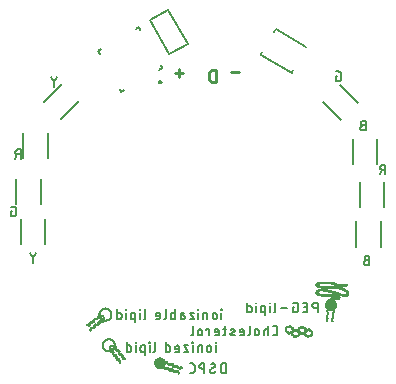
<source format=gbo>
G04 EAGLE Gerber RS-274X export*
G75*
%MOMM*%
%FSLAX34Y34*%
%LPD*%
%INBottom Silkscreen*%
%IPPOS*%
%AMOC8*
5,1,8,0,0,1.08239X$1,22.5*%
G01*
G04 Define Apertures*
%ADD10C,0.254000*%
%ADD11R,0.112900X0.022575*%
%ADD12R,0.158000X0.022569*%
%ADD13R,0.135500X0.022569*%
%ADD14R,0.180500X0.022569*%
%ADD15R,0.203100X0.022569*%
%ADD16R,0.225700X0.022581*%
%ADD17R,0.203100X0.022581*%
%ADD18R,0.203200X0.022569*%
%ADD19R,0.225800X0.022569*%
%ADD20R,0.225700X0.022569*%
%ADD21R,0.203100X0.022575*%
%ADD22R,0.225700X0.022575*%
%ADD23R,0.248300X0.022569*%
%ADD24R,0.203200X0.022575*%
%ADD25R,0.203200X0.022581*%
%ADD26R,0.338600X0.022569*%
%ADD27R,0.699700X0.022569*%
%ADD28R,0.677100X0.022581*%
%ADD29R,0.699800X0.022569*%
%ADD30R,0.744800X0.022569*%
%ADD31R,0.767400X0.022581*%
%ADD32R,0.812600X0.022569*%
%ADD33R,0.835100X0.022569*%
%ADD34R,0.880300X0.022569*%
%ADD35R,0.902900X0.022569*%
%ADD36R,0.925500X0.022569*%
%ADD37R,0.948000X0.022575*%
%ADD38R,0.970600X0.022569*%
%ADD39R,0.993200X0.022569*%
%ADD40R,1.015700X0.022569*%
%ADD41R,1.015700X0.022581*%
%ADD42R,1.015700X0.022575*%
%ADD43R,0.948000X0.022569*%
%ADD44R,0.925500X0.022575*%
%ADD45R,0.857700X0.022569*%
%ADD46R,0.790000X0.022569*%
%ADD47R,0.744900X0.022581*%
%ADD48R,0.654600X0.022569*%
%ADD49R,0.564300X0.022569*%
%ADD50R,0.519100X0.022569*%
%ADD51R,0.428900X0.022575*%
%ADD52R,0.248300X0.022575*%
%ADD53R,0.383700X0.022569*%
%ADD54R,0.835100X0.022581*%
%ADD55R,0.767400X0.022569*%
%ADD56R,0.293400X0.022569*%
%ADD57R,0.632000X0.022581*%
%ADD58R,0.677200X0.022569*%
%ADD59R,0.316000X0.022569*%
%ADD60R,1.534900X0.022569*%
%ADD61R,0.451400X0.022569*%
%ADD62R,1.692900X0.022569*%
%ADD63R,0.609500X0.022569*%
%ADD64R,1.783100X0.022569*%
%ADD65R,2.640900X0.022581*%
%ADD66R,2.686000X0.022569*%
%ADD67R,2.731200X0.022569*%
%ADD68R,2.753800X0.022569*%
%ADD69R,0.632000X0.022569*%
%ADD70R,1.218900X0.022569*%
%ADD71R,0.474000X0.022581*%
%ADD72R,0.722300X0.022581*%
%ADD73R,0.293400X0.022581*%
%ADD74R,0.361100X0.022569*%
%ADD75R,0.270900X0.022569*%
%ADD76R,0.609400X0.022569*%
%ADD77R,0.654600X0.022575*%
%ADD78R,0.654500X0.022569*%
%ADD79R,0.248200X0.022569*%
%ADD80R,0.270800X0.022569*%
%ADD81R,0.744900X0.022569*%
%ADD82R,0.293500X0.022569*%
%ADD83R,0.383700X0.022581*%
%ADD84R,0.812600X0.022581*%
%ADD85R,1.331800X0.022569*%
%ADD86R,1.241500X0.022569*%
%ADD87R,0.361200X0.022569*%
%ADD88R,1.106000X0.022569*%
%ADD89R,1.015800X0.022569*%
%ADD90R,0.406200X0.022569*%
%ADD91R,0.699800X0.022575*%
%ADD92R,0.496600X0.022575*%
%ADD93R,0.541800X0.022569*%
%ADD94R,0.586900X0.022569*%
%ADD95R,0.835200X0.022569*%
%ADD96R,1.896000X0.022569*%
%ADD97R,1.918600X0.022575*%
%ADD98R,1.963800X0.022569*%
%ADD99R,2.031400X0.022569*%
%ADD100R,2.099200X0.022569*%
%ADD101R,2.279700X0.022569*%
%ADD102R,2.437800X0.022569*%
%ADD103R,0.564300X0.022581*%
%ADD104R,1.444600X0.022581*%
%ADD105R,0.406300X0.022569*%
%ADD106R,0.925400X0.022569*%
%ADD107R,1.060900X0.022569*%
%ADD108R,0.293500X0.022575*%
%ADD109R,1.106100X0.022575*%
%ADD110R,1.151200X0.022569*%
%ADD111R,0.541700X0.022569*%
%ADD112R,0.135400X0.022569*%
%ADD113R,0.519100X0.022581*%
%ADD114R,0.790000X0.022581*%
%ADD115R,1.647700X0.022569*%
%ADD116R,1.557500X0.022569*%
%ADD117R,1.467100X0.022569*%
%ADD118R,1.376900X0.022569*%
%ADD119R,1.218900X0.022581*%
%ADD120C,0.203200*%
%ADD121R,0.180600X0.022569*%
%ADD122R,0.090300X0.022569*%
%ADD123R,0.474000X0.022569*%
%ADD124R,0.519200X0.022569*%
%ADD125R,0.496600X0.022569*%
%ADD126R,0.564200X0.022569*%
%ADD127R,0.632000X0.022575*%
%ADD128R,0.744800X0.022575*%
%ADD129R,0.112800X0.022569*%
%ADD130R,0.722300X0.022569*%
%ADD131R,0.496500X0.022569*%
%ADD132R,0.586800X0.022569*%
%ADD133R,0.609400X0.022581*%
%ADD134R,0.338500X0.022569*%
%ADD135R,0.316000X0.022575*%
%ADD136R,0.338600X0.022575*%
%ADD137R,0.270800X0.022575*%
%ADD138R,0.270900X0.022575*%
%ADD139R,0.180600X0.022581*%
%ADD140R,0.699700X0.022581*%
%ADD141R,0.541800X0.022581*%
%ADD142R,0.225800X0.022581*%
%ADD143R,0.270900X0.022581*%
%ADD144R,0.270800X0.022581*%
%ADD145R,0.406300X0.022581*%
%ADD146R,0.428900X0.022569*%
%ADD147R,0.112800X0.022581*%
%ADD148R,0.045200X0.022569*%
%ADD149R,0.158000X0.022581*%
%ADD150R,0.541700X0.022575*%
%ADD151R,0.835200X0.022581*%
%ADD152R,0.586800X0.022581*%
%ADD153R,0.067700X0.022569*%
%ADD154R,1.038300X0.022569*%
%ADD155R,1.060800X0.022581*%
%ADD156R,0.451500X0.022581*%
%ADD157R,0.474100X0.022569*%
%ADD158R,1.083500X0.022569*%
%ADD159R,0.767500X0.022569*%
%ADD160R,0.022600X0.022569*%
%ADD161R,0.586900X0.022575*%
%ADD162R,1.625200X0.022569*%
%ADD163R,1.602600X0.022581*%
%ADD164R,1.309200X0.022569*%
%ADD165R,1.264100X0.022569*%
%ADD166R,1.196300X0.022569*%
%ADD167R,1.173800X0.022575*%
%ADD168R,0.857700X0.022575*%
%ADD169R,0.586900X0.022581*%
%ADD170R,0.022581X0.090300*%
%ADD171R,0.022569X0.135400*%
%ADD172R,0.022569X0.158000*%
%ADD173R,0.022569X0.203100*%
%ADD174R,0.022575X0.203100*%
%ADD175R,0.022569X0.225700*%
%ADD176R,0.022569X0.248300*%
%ADD177R,0.022569X0.270800*%
%ADD178R,0.022569X0.316000*%
%ADD179R,0.022581X0.338600*%
%ADD180R,0.022569X0.383800*%
%ADD181R,0.022569X0.180600*%
%ADD182R,0.022569X0.406300*%
%ADD183R,0.022569X0.383700*%
%ADD184R,0.022569X0.361100*%
%ADD185R,0.022569X0.293400*%
%ADD186R,0.022569X0.203200*%
%ADD187R,0.022581X0.225700*%
%ADD188R,0.022581X0.203200*%
%ADD189R,0.022569X0.270900*%
%ADD190R,0.022569X0.225800*%
%ADD191R,0.022569X0.338600*%
%ADD192R,0.022581X0.248300*%
%ADD193R,0.022581X0.361100*%
%ADD194R,0.022569X0.293500*%
%ADD195R,0.022569X0.361200*%
%ADD196R,0.022575X0.361100*%
%ADD197R,0.022575X0.248300*%
%ADD198R,0.022575X0.338600*%
%ADD199R,0.022575X0.383800*%
%ADD200R,0.022575X0.383700*%
%ADD201R,0.022575X0.316000*%
%ADD202R,0.022569X0.338500*%
%ADD203R,0.022569X0.428800*%
%ADD204R,0.022569X0.677200*%
%ADD205R,0.022581X0.699700*%
%ADD206R,0.022575X0.180600*%
%ADD207R,0.022569X0.609500*%
%ADD208R,0.022569X0.541700*%
%ADD209R,0.022569X0.474000*%
%ADD210R,0.022581X0.316000*%
%ADD211R,0.022569X0.045100*%
%ADD212C,0.152400*%
%ADD213R,0.090300X0.022581*%
%ADD214R,0.338600X0.022581*%
%ADD215R,0.383800X0.022569*%
%ADD216R,0.248300X0.022581*%
%ADD217R,0.361100X0.022581*%
%ADD218R,0.361100X0.022575*%
%ADD219R,0.383800X0.022575*%
%ADD220R,0.383700X0.022575*%
%ADD221R,0.428800X0.022569*%
%ADD222R,0.180600X0.022575*%
%ADD223R,0.316000X0.022581*%
%ADD224R,0.045100X0.022569*%
%ADD225C,0.127000*%
%ADD226C,0.200000*%
D10*
X32271Y101924D02*
X25498Y101924D01*
X12527Y103969D02*
X12527Y93809D01*
X12527Y103969D02*
X9705Y103969D01*
X9599Y103967D01*
X9494Y103961D01*
X9389Y103951D01*
X9284Y103937D01*
X9180Y103920D01*
X9077Y103898D01*
X8975Y103873D01*
X8873Y103844D01*
X8773Y103811D01*
X8674Y103774D01*
X8577Y103734D01*
X8481Y103690D01*
X8386Y103642D01*
X8294Y103591D01*
X8204Y103536D01*
X8115Y103479D01*
X8029Y103418D01*
X7946Y103353D01*
X7864Y103286D01*
X7786Y103216D01*
X7710Y103142D01*
X7636Y103066D01*
X7566Y102988D01*
X7499Y102906D01*
X7434Y102823D01*
X7373Y102737D01*
X7316Y102648D01*
X7261Y102558D01*
X7210Y102466D01*
X7162Y102371D01*
X7118Y102275D01*
X7078Y102178D01*
X7041Y102079D01*
X7008Y101979D01*
X6979Y101877D01*
X6954Y101775D01*
X6932Y101672D01*
X6915Y101568D01*
X6901Y101463D01*
X6891Y101358D01*
X6885Y101253D01*
X6883Y101147D01*
X6883Y96632D01*
X6885Y96526D01*
X6891Y96421D01*
X6901Y96316D01*
X6915Y96211D01*
X6932Y96107D01*
X6954Y96004D01*
X6979Y95902D01*
X7008Y95800D01*
X7041Y95700D01*
X7078Y95601D01*
X7118Y95504D01*
X7162Y95408D01*
X7210Y95313D01*
X7261Y95221D01*
X7316Y95131D01*
X7373Y95042D01*
X7434Y94956D01*
X7499Y94873D01*
X7566Y94791D01*
X7636Y94713D01*
X7710Y94637D01*
X7786Y94563D01*
X7864Y94493D01*
X7946Y94426D01*
X8029Y94361D01*
X8115Y94300D01*
X8204Y94243D01*
X8294Y94188D01*
X8386Y94137D01*
X8481Y94089D01*
X8577Y94045D01*
X8674Y94005D01*
X8773Y93968D01*
X8873Y93935D01*
X8975Y93906D01*
X9077Y93881D01*
X9180Y93859D01*
X9284Y93842D01*
X9389Y93828D01*
X9494Y93818D01*
X9599Y93812D01*
X9705Y93810D01*
X9705Y93809D02*
X12527Y93809D01*
X-14948Y101686D02*
X-21721Y101686D01*
X-18335Y105072D02*
X-18335Y98299D01*
D11*
X111450Y-109575D03*
D12*
X111450Y-109350D03*
D13*
X106371Y-109124D03*
D14*
X111337Y-109124D03*
X106371Y-108898D03*
X111337Y-108898D03*
D15*
X106484Y-108672D03*
X111224Y-108672D03*
D16*
X106597Y-108447D03*
D17*
X111224Y-108447D03*
D18*
X106710Y-108221D03*
X110999Y-108221D03*
D19*
X106823Y-107995D03*
D18*
X110999Y-107995D03*
X106936Y-107770D03*
X110999Y-107770D03*
D20*
X107048Y-107544D03*
D18*
X110999Y-107544D03*
D20*
X107048Y-107318D03*
X111111Y-107318D03*
D21*
X107161Y-107092D03*
D22*
X111111Y-107092D03*
D20*
X107048Y-106867D03*
X111337Y-106867D03*
D18*
X106936Y-106641D03*
D23*
X111450Y-106641D03*
D18*
X106936Y-106415D03*
D20*
X111563Y-106415D03*
D19*
X106823Y-106190D03*
D20*
X111788Y-106190D03*
D24*
X106710Y-105964D03*
D22*
X111788Y-105964D03*
D20*
X106597Y-105738D03*
D15*
X111901Y-105738D03*
X106484Y-105512D03*
X111901Y-105512D03*
X106484Y-105287D03*
X111901Y-105287D03*
X106484Y-105061D03*
X111901Y-105061D03*
X106484Y-104835D03*
X111901Y-104835D03*
D16*
X106597Y-104609D03*
X111788Y-104609D03*
D19*
X106823Y-104384D03*
D18*
X111676Y-104384D03*
D19*
X106823Y-104158D03*
D18*
X111676Y-104158D03*
D20*
X107048Y-103932D03*
D15*
X111450Y-103932D03*
D20*
X107274Y-103707D03*
D15*
X111450Y-103707D03*
D22*
X107274Y-103481D03*
D21*
X111450Y-103481D03*
D15*
X107387Y-103255D03*
X111450Y-103255D03*
D20*
X107500Y-103029D03*
D15*
X111450Y-103029D03*
D18*
X107613Y-102804D03*
D20*
X111563Y-102804D03*
D18*
X107613Y-102578D03*
D20*
X111788Y-102578D03*
D15*
X107387Y-102352D03*
D20*
X111788Y-102352D03*
D17*
X107387Y-102127D03*
D16*
X112014Y-102127D03*
D20*
X107274Y-101901D03*
X112240Y-101901D03*
D15*
X107161Y-101675D03*
D20*
X112240Y-101675D03*
D15*
X107161Y-101449D03*
D18*
X112353Y-101449D03*
X106936Y-101224D03*
X112353Y-101224D03*
D25*
X106936Y-100998D03*
X112353Y-100998D03*
D18*
X106936Y-100772D03*
X112353Y-100772D03*
D20*
X107048Y-100547D03*
X112240Y-100547D03*
X107048Y-100321D03*
D23*
X112127Y-100321D03*
X107387Y-100095D03*
D26*
X111450Y-100095D03*
D27*
X109644Y-99869D03*
D28*
X109757Y-99644D03*
D27*
X109870Y-99418D03*
X109870Y-99192D03*
D29*
X110096Y-98967D03*
D30*
X110096Y-98741D03*
D31*
X110209Y-98515D03*
D32*
X110209Y-98289D03*
D33*
X110321Y-98064D03*
D34*
X110321Y-97838D03*
D35*
X110208Y-97612D03*
D36*
X110321Y-97387D03*
D37*
X110209Y-97161D03*
D38*
X110322Y-96935D03*
X110322Y-96709D03*
D39*
X110209Y-96484D03*
D40*
X110321Y-96258D03*
D41*
X110321Y-96032D03*
D40*
X110321Y-95806D03*
X110321Y-95581D03*
X110321Y-95355D03*
X110321Y-95129D03*
X110321Y-94904D03*
D42*
X110321Y-94678D03*
D39*
X110209Y-94452D03*
D38*
X110322Y-94226D03*
X110322Y-94001D03*
D43*
X110209Y-93775D03*
D44*
X110321Y-93549D03*
D36*
X110321Y-93324D03*
D34*
X110321Y-93098D03*
D45*
X110208Y-92872D03*
D33*
X110321Y-92646D03*
D46*
X110322Y-92421D03*
D47*
X110321Y-92195D03*
D27*
X110321Y-91969D03*
D48*
X110322Y-91744D03*
D49*
X110321Y-91518D03*
D50*
X110321Y-91292D03*
D51*
X110321Y-91066D03*
D52*
X115738Y-91066D03*
D53*
X110547Y-90841D03*
X115513Y-90841D03*
D34*
X113255Y-90615D03*
D45*
X113368Y-90389D03*
X113594Y-90164D03*
X113594Y-89938D03*
D54*
X113707Y-89712D03*
D32*
X113820Y-89486D03*
D46*
X113933Y-89261D03*
D55*
X114046Y-89035D03*
D26*
X112353Y-88809D03*
D56*
X116190Y-88809D03*
D57*
X114497Y-88583D03*
D58*
X114046Y-88358D03*
D34*
X113030Y-88132D03*
D59*
X122172Y-88132D03*
D60*
X109531Y-87906D03*
D61*
X121946Y-87906D03*
D62*
X108515Y-87681D03*
D63*
X121607Y-87681D03*
D64*
X108064Y-87455D03*
D30*
X121156Y-87455D03*
D65*
X111901Y-87229D03*
D66*
X111676Y-87003D03*
D67*
X111676Y-86778D03*
D68*
X111563Y-86552D03*
D69*
X100729Y-86326D03*
D70*
X119237Y-86326D03*
D71*
X99713Y-86101D03*
D72*
X116303Y-86101D03*
D73*
X123865Y-86101D03*
D74*
X99148Y-85875D03*
D48*
X115513Y-85875D03*
D23*
X124090Y-85875D03*
D56*
X98810Y-85649D03*
D69*
X114949Y-85649D03*
D23*
X124090Y-85649D03*
D75*
X98471Y-85423D03*
D76*
X114159Y-85423D03*
D20*
X124203Y-85423D03*
D23*
X98358Y-85198D03*
D69*
X113369Y-85198D03*
D20*
X124203Y-85198D03*
D23*
X98358Y-84972D03*
D69*
X112692Y-84972D03*
D23*
X124090Y-84972D03*
D52*
X98358Y-84746D03*
D77*
X111902Y-84746D03*
D22*
X123977Y-84746D03*
D75*
X98471Y-84521D03*
D78*
X111224Y-84521D03*
D23*
X123864Y-84521D03*
X98584Y-84295D03*
D27*
X110547Y-84295D03*
D79*
X123639Y-84295D03*
D56*
X98810Y-84069D03*
D27*
X109644Y-84069D03*
D80*
X123526Y-84069D03*
D59*
X98923Y-83843D03*
D81*
X108741Y-83843D03*
D82*
X123187Y-83843D03*
D83*
X99487Y-83618D03*
D84*
X107726Y-83618D03*
D73*
X122962Y-83618D03*
D85*
X104453Y-83392D03*
D59*
X122623Y-83392D03*
D86*
X104001Y-83166D03*
D87*
X122172Y-83166D03*
D88*
X103776Y-82941D03*
D53*
X121833Y-82941D03*
D89*
X103550Y-82715D03*
D90*
X121269Y-82715D03*
D45*
X103211Y-82489D03*
D61*
X120592Y-82489D03*
D91*
X102873Y-82263D03*
D92*
X120140Y-82263D03*
D93*
X102760Y-82038D03*
D94*
X119237Y-82038D03*
D59*
X102986Y-81812D03*
D27*
X118221Y-81812D03*
D56*
X103550Y-81586D03*
D95*
X117093Y-81586D03*
D96*
X111112Y-81361D03*
D97*
X110547Y-81135D03*
D98*
X109870Y-80909D03*
D99*
X109306Y-80683D03*
D100*
X109193Y-80458D03*
D101*
X109644Y-80232D03*
D102*
X109983Y-80006D03*
D103*
X100390Y-79780D03*
D104*
X115626Y-79780D03*
D105*
X99374Y-79555D03*
D106*
X118899Y-79555D03*
D87*
X98923Y-79329D03*
D38*
X118899Y-79329D03*
D59*
X98697Y-79103D03*
D39*
X118786Y-79103D03*
D56*
X98584Y-78878D03*
D107*
X118673Y-78878D03*
D108*
X98358Y-78652D03*
D109*
X118447Y-78652D03*
D82*
X98358Y-78426D03*
D110*
X117996Y-78426D03*
D56*
X98584Y-78200D03*
D111*
X114497Y-78200D03*
D75*
X122397Y-78200D03*
D59*
X98697Y-77975D03*
D111*
X113820Y-77975D03*
D112*
X122623Y-77975D03*
D26*
X98810Y-77749D03*
D111*
X112917Y-77749D03*
D53*
X99261Y-77523D03*
D63*
X112127Y-77523D03*
D113*
X99938Y-77298D03*
D114*
X110773Y-77298D03*
D115*
X105807Y-77072D03*
D116*
X105807Y-76846D03*
D117*
X105581Y-76620D03*
D118*
X105581Y-76395D03*
D119*
X105468Y-76169D03*
D40*
X105581Y-75943D03*
D120*
X98810Y-92898D02*
X98810Y-100866D01*
X98810Y-92898D02*
X96597Y-92898D01*
X96504Y-92900D01*
X96412Y-92906D01*
X96320Y-92915D01*
X96228Y-92929D01*
X96137Y-92946D01*
X96047Y-92968D01*
X95957Y-92992D01*
X95869Y-93021D01*
X95782Y-93053D01*
X95697Y-93089D01*
X95613Y-93129D01*
X95531Y-93172D01*
X95451Y-93218D01*
X95372Y-93268D01*
X95296Y-93321D01*
X95222Y-93377D01*
X95151Y-93436D01*
X95082Y-93498D01*
X95016Y-93563D01*
X94952Y-93630D01*
X94892Y-93700D01*
X94834Y-93773D01*
X94780Y-93848D01*
X94729Y-93925D01*
X94680Y-94005D01*
X94636Y-94086D01*
X94595Y-94169D01*
X94557Y-94253D01*
X94523Y-94340D01*
X94492Y-94427D01*
X94466Y-94516D01*
X94442Y-94606D01*
X94423Y-94696D01*
X94408Y-94788D01*
X94396Y-94880D01*
X94388Y-94972D01*
X94384Y-95065D01*
X94384Y-95157D01*
X94388Y-95250D01*
X94396Y-95342D01*
X94408Y-95434D01*
X94423Y-95526D01*
X94442Y-95616D01*
X94466Y-95706D01*
X94492Y-95795D01*
X94523Y-95882D01*
X94557Y-95969D01*
X94595Y-96053D01*
X94636Y-96136D01*
X94680Y-96218D01*
X94729Y-96297D01*
X94780Y-96374D01*
X94834Y-96449D01*
X94892Y-96522D01*
X94952Y-96592D01*
X95016Y-96659D01*
X95082Y-96724D01*
X95151Y-96786D01*
X95222Y-96845D01*
X95296Y-96901D01*
X95372Y-96954D01*
X95451Y-97004D01*
X95531Y-97050D01*
X95613Y-97093D01*
X95697Y-97133D01*
X95782Y-97169D01*
X95869Y-97201D01*
X95957Y-97230D01*
X96047Y-97254D01*
X96137Y-97276D01*
X96228Y-97293D01*
X96320Y-97307D01*
X96412Y-97316D01*
X96504Y-97322D01*
X96597Y-97324D01*
X98810Y-97324D01*
X90015Y-100866D02*
X86474Y-100866D01*
X90015Y-100866D02*
X90015Y-92898D01*
X86474Y-92898D01*
X87359Y-96439D02*
X90015Y-96439D01*
X79148Y-96439D02*
X77820Y-96439D01*
X77820Y-100866D01*
X80476Y-100866D01*
X80558Y-100864D01*
X80639Y-100858D01*
X80721Y-100849D01*
X80801Y-100836D01*
X80881Y-100819D01*
X80961Y-100798D01*
X81039Y-100774D01*
X81116Y-100746D01*
X81191Y-100715D01*
X81265Y-100680D01*
X81338Y-100642D01*
X81408Y-100601D01*
X81477Y-100556D01*
X81543Y-100508D01*
X81607Y-100457D01*
X81669Y-100404D01*
X81728Y-100347D01*
X81785Y-100288D01*
X81838Y-100226D01*
X81889Y-100162D01*
X81937Y-100096D01*
X81982Y-100027D01*
X82023Y-99957D01*
X82061Y-99884D01*
X82096Y-99810D01*
X82127Y-99735D01*
X82155Y-99658D01*
X82179Y-99580D01*
X82200Y-99500D01*
X82217Y-99420D01*
X82230Y-99340D01*
X82239Y-99258D01*
X82245Y-99177D01*
X82247Y-99095D01*
X82246Y-99095D02*
X82246Y-94668D01*
X82247Y-94668D02*
X82245Y-94586D01*
X82239Y-94505D01*
X82230Y-94423D01*
X82217Y-94343D01*
X82200Y-94263D01*
X82179Y-94183D01*
X82155Y-94105D01*
X82127Y-94028D01*
X82096Y-93953D01*
X82061Y-93879D01*
X82023Y-93806D01*
X81982Y-93736D01*
X81937Y-93667D01*
X81889Y-93601D01*
X81839Y-93537D01*
X81785Y-93475D01*
X81728Y-93416D01*
X81669Y-93359D01*
X81607Y-93306D01*
X81543Y-93255D01*
X81477Y-93207D01*
X81408Y-93162D01*
X81338Y-93121D01*
X81265Y-93083D01*
X81191Y-93048D01*
X81116Y-93017D01*
X81039Y-92989D01*
X80961Y-92965D01*
X80882Y-92944D01*
X80801Y-92927D01*
X80721Y-92914D01*
X80639Y-92905D01*
X80558Y-92899D01*
X80476Y-92897D01*
X80476Y-92898D02*
X77820Y-92898D01*
X72789Y-97767D02*
X67477Y-97767D01*
X62926Y-99538D02*
X62926Y-92898D01*
X62926Y-99538D02*
X62924Y-99610D01*
X62918Y-99682D01*
X62909Y-99753D01*
X62895Y-99823D01*
X62878Y-99893D01*
X62856Y-99962D01*
X62832Y-100030D01*
X62803Y-100096D01*
X62771Y-100160D01*
X62736Y-100223D01*
X62697Y-100283D01*
X62655Y-100342D01*
X62610Y-100398D01*
X62562Y-100451D01*
X62511Y-100502D01*
X62458Y-100550D01*
X62402Y-100595D01*
X62343Y-100637D01*
X62283Y-100676D01*
X62220Y-100711D01*
X62156Y-100743D01*
X62090Y-100772D01*
X62022Y-100796D01*
X61953Y-100818D01*
X61883Y-100835D01*
X61813Y-100849D01*
X61742Y-100858D01*
X61670Y-100864D01*
X61598Y-100866D01*
X58433Y-100866D02*
X58433Y-95554D01*
X58654Y-93340D02*
X58654Y-92898D01*
X58212Y-92898D01*
X58212Y-93340D01*
X58654Y-93340D01*
X54122Y-95554D02*
X54122Y-103522D01*
X54122Y-95554D02*
X51908Y-95554D01*
X51836Y-95556D01*
X51764Y-95562D01*
X51693Y-95571D01*
X51623Y-95585D01*
X51553Y-95602D01*
X51484Y-95624D01*
X51416Y-95648D01*
X51350Y-95677D01*
X51286Y-95709D01*
X51223Y-95744D01*
X51163Y-95783D01*
X51104Y-95825D01*
X51048Y-95870D01*
X50995Y-95918D01*
X50944Y-95969D01*
X50896Y-96022D01*
X50851Y-96078D01*
X50809Y-96137D01*
X50770Y-96197D01*
X50735Y-96260D01*
X50703Y-96324D01*
X50674Y-96390D01*
X50650Y-96458D01*
X50628Y-96527D01*
X50611Y-96597D01*
X50597Y-96667D01*
X50588Y-96738D01*
X50582Y-96810D01*
X50580Y-96882D01*
X50580Y-99538D01*
X50582Y-99610D01*
X50588Y-99682D01*
X50597Y-99753D01*
X50611Y-99823D01*
X50628Y-99893D01*
X50650Y-99962D01*
X50674Y-100030D01*
X50703Y-100096D01*
X50735Y-100160D01*
X50770Y-100223D01*
X50809Y-100283D01*
X50851Y-100342D01*
X50896Y-100398D01*
X50944Y-100451D01*
X50995Y-100502D01*
X51048Y-100550D01*
X51104Y-100595D01*
X51163Y-100637D01*
X51223Y-100676D01*
X51286Y-100711D01*
X51350Y-100743D01*
X51416Y-100772D01*
X51484Y-100796D01*
X51553Y-100818D01*
X51623Y-100835D01*
X51693Y-100849D01*
X51764Y-100858D01*
X51836Y-100864D01*
X51908Y-100866D01*
X54122Y-100866D01*
X46733Y-100866D02*
X46733Y-95554D01*
X46954Y-93340D02*
X46954Y-92898D01*
X46512Y-92898D01*
X46512Y-93340D01*
X46954Y-93340D01*
X39345Y-92898D02*
X39345Y-100866D01*
X41558Y-100866D01*
X41630Y-100864D01*
X41702Y-100858D01*
X41773Y-100849D01*
X41843Y-100835D01*
X41913Y-100818D01*
X41982Y-100796D01*
X42050Y-100772D01*
X42116Y-100743D01*
X42180Y-100711D01*
X42243Y-100676D01*
X42303Y-100637D01*
X42362Y-100595D01*
X42418Y-100550D01*
X42471Y-100502D01*
X42522Y-100451D01*
X42570Y-100398D01*
X42615Y-100342D01*
X42657Y-100283D01*
X42696Y-100223D01*
X42731Y-100160D01*
X42763Y-100096D01*
X42792Y-100030D01*
X42816Y-99962D01*
X42838Y-99893D01*
X42855Y-99823D01*
X42869Y-99753D01*
X42878Y-99682D01*
X42884Y-99610D01*
X42886Y-99538D01*
X42886Y-96882D01*
X42884Y-96810D01*
X42878Y-96738D01*
X42869Y-96667D01*
X42855Y-96597D01*
X42838Y-96527D01*
X42816Y-96458D01*
X42792Y-96390D01*
X42763Y-96324D01*
X42731Y-96260D01*
X42696Y-96197D01*
X42657Y-96137D01*
X42615Y-96078D01*
X42570Y-96022D01*
X42522Y-95969D01*
X42471Y-95918D01*
X42418Y-95870D01*
X42362Y-95825D01*
X42303Y-95783D01*
X42243Y-95744D01*
X42180Y-95709D01*
X42116Y-95677D01*
X42050Y-95648D01*
X41982Y-95624D01*
X41913Y-95602D01*
X41843Y-95585D01*
X41773Y-95571D01*
X41702Y-95562D01*
X41630Y-95556D01*
X41558Y-95554D01*
X39345Y-95554D01*
X61176Y-120693D02*
X62947Y-120693D01*
X62947Y-120694D02*
X63029Y-120692D01*
X63110Y-120686D01*
X63192Y-120677D01*
X63272Y-120664D01*
X63352Y-120647D01*
X63432Y-120626D01*
X63510Y-120602D01*
X63587Y-120574D01*
X63662Y-120543D01*
X63736Y-120508D01*
X63809Y-120470D01*
X63879Y-120429D01*
X63948Y-120384D01*
X64014Y-120336D01*
X64078Y-120285D01*
X64140Y-120232D01*
X64199Y-120175D01*
X64256Y-120116D01*
X64309Y-120054D01*
X64360Y-119990D01*
X64408Y-119924D01*
X64453Y-119855D01*
X64494Y-119785D01*
X64532Y-119712D01*
X64567Y-119638D01*
X64598Y-119563D01*
X64626Y-119486D01*
X64650Y-119408D01*
X64671Y-119328D01*
X64688Y-119248D01*
X64701Y-119168D01*
X64710Y-119086D01*
X64716Y-119005D01*
X64718Y-118923D01*
X64717Y-118923D02*
X64717Y-114496D01*
X64718Y-114496D02*
X64716Y-114414D01*
X64710Y-114333D01*
X64701Y-114251D01*
X64688Y-114171D01*
X64671Y-114091D01*
X64650Y-114011D01*
X64626Y-113933D01*
X64598Y-113856D01*
X64567Y-113781D01*
X64532Y-113707D01*
X64494Y-113634D01*
X64453Y-113564D01*
X64408Y-113495D01*
X64360Y-113429D01*
X64310Y-113365D01*
X64256Y-113303D01*
X64199Y-113244D01*
X64140Y-113187D01*
X64078Y-113134D01*
X64014Y-113083D01*
X63948Y-113035D01*
X63879Y-112990D01*
X63809Y-112949D01*
X63736Y-112911D01*
X63662Y-112876D01*
X63587Y-112845D01*
X63510Y-112817D01*
X63432Y-112793D01*
X63353Y-112772D01*
X63272Y-112755D01*
X63192Y-112742D01*
X63110Y-112733D01*
X63029Y-112727D01*
X62947Y-112725D01*
X61176Y-112725D01*
X57029Y-112725D02*
X57029Y-120693D01*
X57029Y-115381D02*
X54815Y-115381D01*
X54743Y-115383D01*
X54671Y-115389D01*
X54600Y-115398D01*
X54530Y-115412D01*
X54460Y-115429D01*
X54391Y-115451D01*
X54323Y-115475D01*
X54257Y-115504D01*
X54193Y-115536D01*
X54130Y-115571D01*
X54070Y-115610D01*
X54011Y-115652D01*
X53955Y-115697D01*
X53902Y-115745D01*
X53851Y-115796D01*
X53803Y-115849D01*
X53758Y-115905D01*
X53716Y-115964D01*
X53677Y-116024D01*
X53642Y-116087D01*
X53610Y-116151D01*
X53581Y-116217D01*
X53557Y-116285D01*
X53535Y-116354D01*
X53518Y-116424D01*
X53504Y-116494D01*
X53495Y-116565D01*
X53489Y-116637D01*
X53487Y-116709D01*
X53487Y-120693D01*
X48929Y-118923D02*
X48929Y-117152D01*
X48927Y-117069D01*
X48921Y-116986D01*
X48912Y-116904D01*
X48898Y-116822D01*
X48881Y-116741D01*
X48859Y-116660D01*
X48834Y-116581D01*
X48806Y-116503D01*
X48774Y-116427D01*
X48738Y-116352D01*
X48699Y-116279D01*
X48656Y-116207D01*
X48610Y-116138D01*
X48561Y-116071D01*
X48509Y-116007D01*
X48454Y-115945D01*
X48396Y-115885D01*
X48335Y-115829D01*
X48271Y-115775D01*
X48206Y-115724D01*
X48138Y-115677D01*
X48067Y-115632D01*
X47995Y-115591D01*
X47921Y-115554D01*
X47845Y-115520D01*
X47768Y-115489D01*
X47689Y-115463D01*
X47610Y-115440D01*
X47529Y-115420D01*
X47447Y-115405D01*
X47365Y-115393D01*
X47282Y-115385D01*
X47200Y-115381D01*
X47116Y-115381D01*
X47034Y-115385D01*
X46951Y-115393D01*
X46869Y-115405D01*
X46787Y-115420D01*
X46706Y-115440D01*
X46627Y-115463D01*
X46548Y-115489D01*
X46471Y-115520D01*
X46395Y-115554D01*
X46321Y-115591D01*
X46249Y-115632D01*
X46178Y-115677D01*
X46110Y-115724D01*
X46045Y-115775D01*
X45981Y-115829D01*
X45920Y-115885D01*
X45862Y-115945D01*
X45807Y-116007D01*
X45755Y-116071D01*
X45706Y-116138D01*
X45660Y-116207D01*
X45617Y-116279D01*
X45578Y-116352D01*
X45542Y-116427D01*
X45510Y-116503D01*
X45482Y-116581D01*
X45457Y-116660D01*
X45435Y-116741D01*
X45418Y-116822D01*
X45404Y-116904D01*
X45395Y-116986D01*
X45389Y-117069D01*
X45387Y-117152D01*
X45387Y-118923D01*
X45389Y-119006D01*
X45395Y-119089D01*
X45404Y-119171D01*
X45418Y-119253D01*
X45435Y-119334D01*
X45457Y-119415D01*
X45482Y-119494D01*
X45510Y-119572D01*
X45542Y-119648D01*
X45578Y-119723D01*
X45617Y-119796D01*
X45660Y-119868D01*
X45706Y-119937D01*
X45755Y-120004D01*
X45807Y-120068D01*
X45862Y-120130D01*
X45920Y-120190D01*
X45981Y-120246D01*
X46045Y-120300D01*
X46110Y-120351D01*
X46178Y-120398D01*
X46249Y-120443D01*
X46321Y-120484D01*
X46395Y-120521D01*
X46471Y-120555D01*
X46548Y-120586D01*
X46627Y-120612D01*
X46706Y-120635D01*
X46787Y-120655D01*
X46869Y-120670D01*
X46951Y-120682D01*
X47034Y-120690D01*
X47116Y-120694D01*
X47200Y-120694D01*
X47282Y-120690D01*
X47365Y-120682D01*
X47447Y-120670D01*
X47529Y-120655D01*
X47610Y-120635D01*
X47689Y-120612D01*
X47768Y-120586D01*
X47845Y-120555D01*
X47921Y-120521D01*
X47995Y-120484D01*
X48067Y-120443D01*
X48138Y-120398D01*
X48206Y-120351D01*
X48271Y-120300D01*
X48335Y-120246D01*
X48396Y-120190D01*
X48454Y-120130D01*
X48509Y-120068D01*
X48561Y-120004D01*
X48610Y-119937D01*
X48656Y-119868D01*
X48699Y-119796D01*
X48738Y-119723D01*
X48774Y-119648D01*
X48806Y-119572D01*
X48834Y-119494D01*
X48859Y-119415D01*
X48881Y-119334D01*
X48898Y-119253D01*
X48912Y-119171D01*
X48921Y-119089D01*
X48927Y-119006D01*
X48929Y-118923D01*
X41151Y-119365D02*
X41151Y-112725D01*
X41151Y-119365D02*
X41149Y-119437D01*
X41143Y-119509D01*
X41134Y-119580D01*
X41120Y-119650D01*
X41103Y-119720D01*
X41081Y-119789D01*
X41057Y-119857D01*
X41028Y-119923D01*
X40996Y-119987D01*
X40961Y-120050D01*
X40922Y-120110D01*
X40880Y-120169D01*
X40835Y-120225D01*
X40787Y-120278D01*
X40736Y-120329D01*
X40683Y-120377D01*
X40627Y-120422D01*
X40568Y-120464D01*
X40508Y-120503D01*
X40445Y-120538D01*
X40381Y-120570D01*
X40315Y-120599D01*
X40247Y-120623D01*
X40178Y-120645D01*
X40108Y-120662D01*
X40038Y-120676D01*
X39967Y-120685D01*
X39895Y-120691D01*
X39823Y-120693D01*
X35001Y-120693D02*
X32787Y-120693D01*
X35001Y-120693D02*
X35073Y-120691D01*
X35145Y-120685D01*
X35216Y-120676D01*
X35286Y-120662D01*
X35356Y-120645D01*
X35425Y-120623D01*
X35493Y-120599D01*
X35559Y-120570D01*
X35623Y-120538D01*
X35686Y-120503D01*
X35746Y-120464D01*
X35805Y-120422D01*
X35861Y-120377D01*
X35914Y-120329D01*
X35965Y-120278D01*
X36013Y-120225D01*
X36058Y-120169D01*
X36100Y-120110D01*
X36139Y-120050D01*
X36174Y-119987D01*
X36206Y-119923D01*
X36235Y-119857D01*
X36259Y-119789D01*
X36281Y-119720D01*
X36298Y-119650D01*
X36312Y-119580D01*
X36321Y-119509D01*
X36327Y-119437D01*
X36329Y-119365D01*
X36329Y-117152D01*
X36327Y-117069D01*
X36321Y-116986D01*
X36312Y-116904D01*
X36298Y-116822D01*
X36281Y-116741D01*
X36259Y-116660D01*
X36234Y-116581D01*
X36206Y-116503D01*
X36174Y-116427D01*
X36138Y-116352D01*
X36099Y-116279D01*
X36056Y-116207D01*
X36010Y-116138D01*
X35961Y-116071D01*
X35909Y-116007D01*
X35854Y-115945D01*
X35796Y-115885D01*
X35735Y-115829D01*
X35671Y-115775D01*
X35606Y-115724D01*
X35538Y-115677D01*
X35467Y-115632D01*
X35395Y-115591D01*
X35321Y-115554D01*
X35245Y-115520D01*
X35168Y-115489D01*
X35089Y-115463D01*
X35010Y-115440D01*
X34929Y-115420D01*
X34847Y-115405D01*
X34765Y-115393D01*
X34682Y-115385D01*
X34600Y-115381D01*
X34516Y-115381D01*
X34434Y-115385D01*
X34351Y-115393D01*
X34269Y-115405D01*
X34187Y-115420D01*
X34106Y-115440D01*
X34027Y-115463D01*
X33948Y-115489D01*
X33871Y-115520D01*
X33795Y-115554D01*
X33721Y-115591D01*
X33649Y-115632D01*
X33578Y-115677D01*
X33510Y-115724D01*
X33445Y-115775D01*
X33381Y-115829D01*
X33320Y-115885D01*
X33262Y-115945D01*
X33207Y-116007D01*
X33155Y-116071D01*
X33106Y-116138D01*
X33060Y-116207D01*
X33017Y-116279D01*
X32978Y-116352D01*
X32942Y-116427D01*
X32910Y-116503D01*
X32882Y-116581D01*
X32857Y-116660D01*
X32835Y-116741D01*
X32818Y-116822D01*
X32804Y-116904D01*
X32795Y-116986D01*
X32789Y-117069D01*
X32787Y-117152D01*
X32787Y-118037D01*
X36329Y-118037D01*
X27865Y-117595D02*
X25651Y-118480D01*
X27864Y-117595D02*
X27925Y-117568D01*
X27984Y-117539D01*
X28042Y-117505D01*
X28097Y-117469D01*
X28151Y-117429D01*
X28201Y-117386D01*
X28250Y-117341D01*
X28295Y-117293D01*
X28338Y-117242D01*
X28378Y-117189D01*
X28414Y-117133D01*
X28447Y-117076D01*
X28477Y-117017D01*
X28504Y-116956D01*
X28527Y-116893D01*
X28546Y-116830D01*
X28561Y-116765D01*
X28573Y-116700D01*
X28581Y-116634D01*
X28585Y-116568D01*
X28586Y-116502D01*
X28582Y-116435D01*
X28575Y-116369D01*
X28564Y-116304D01*
X28549Y-116239D01*
X28530Y-116175D01*
X28508Y-116113D01*
X28482Y-116052D01*
X28453Y-115992D01*
X28420Y-115935D01*
X28384Y-115879D01*
X28345Y-115825D01*
X28303Y-115774D01*
X28258Y-115725D01*
X28210Y-115679D01*
X28159Y-115636D01*
X28107Y-115596D01*
X28052Y-115559D01*
X27995Y-115525D01*
X27936Y-115494D01*
X27875Y-115467D01*
X27813Y-115444D01*
X27750Y-115424D01*
X27685Y-115408D01*
X27620Y-115396D01*
X27554Y-115387D01*
X27488Y-115382D01*
X27422Y-115381D01*
X27422Y-115382D02*
X27285Y-115385D01*
X27148Y-115393D01*
X27012Y-115404D01*
X26876Y-115419D01*
X26740Y-115438D01*
X26605Y-115460D01*
X26470Y-115486D01*
X26337Y-115516D01*
X26204Y-115549D01*
X26072Y-115586D01*
X25941Y-115627D01*
X25811Y-115671D01*
X25683Y-115719D01*
X25556Y-115770D01*
X25430Y-115824D01*
X25652Y-118480D02*
X25591Y-118507D01*
X25531Y-118536D01*
X25474Y-118570D01*
X25419Y-118606D01*
X25365Y-118646D01*
X25315Y-118689D01*
X25266Y-118734D01*
X25221Y-118782D01*
X25178Y-118833D01*
X25138Y-118886D01*
X25102Y-118942D01*
X25069Y-118999D01*
X25039Y-119058D01*
X25012Y-119119D01*
X24989Y-119182D01*
X24970Y-119245D01*
X24955Y-119310D01*
X24943Y-119375D01*
X24935Y-119441D01*
X24931Y-119507D01*
X24930Y-119573D01*
X24934Y-119640D01*
X24941Y-119706D01*
X24952Y-119771D01*
X24967Y-119836D01*
X24986Y-119900D01*
X25008Y-119962D01*
X25034Y-120023D01*
X25063Y-120083D01*
X25096Y-120140D01*
X25132Y-120196D01*
X25171Y-120250D01*
X25213Y-120301D01*
X25258Y-120350D01*
X25306Y-120396D01*
X25357Y-120439D01*
X25409Y-120479D01*
X25464Y-120516D01*
X25521Y-120550D01*
X25580Y-120581D01*
X25641Y-120608D01*
X25703Y-120631D01*
X25766Y-120651D01*
X25831Y-120667D01*
X25896Y-120679D01*
X25962Y-120688D01*
X26028Y-120693D01*
X26094Y-120694D01*
X26094Y-120693D02*
X26272Y-120689D01*
X26449Y-120680D01*
X26626Y-120667D01*
X26803Y-120650D01*
X26979Y-120628D01*
X27155Y-120603D01*
X27330Y-120573D01*
X27504Y-120539D01*
X27678Y-120501D01*
X27850Y-120459D01*
X28022Y-120413D01*
X28192Y-120363D01*
X28361Y-120309D01*
X28529Y-120251D01*
X21615Y-115381D02*
X18959Y-115381D01*
X20729Y-112725D02*
X20729Y-119365D01*
X20727Y-119437D01*
X20721Y-119509D01*
X20712Y-119580D01*
X20698Y-119650D01*
X20681Y-119720D01*
X20659Y-119789D01*
X20635Y-119857D01*
X20606Y-119923D01*
X20574Y-119987D01*
X20539Y-120050D01*
X20500Y-120110D01*
X20458Y-120169D01*
X20413Y-120225D01*
X20365Y-120278D01*
X20314Y-120329D01*
X20261Y-120377D01*
X20205Y-120422D01*
X20146Y-120464D01*
X20086Y-120503D01*
X20023Y-120538D01*
X19959Y-120570D01*
X19893Y-120599D01*
X19825Y-120623D01*
X19756Y-120645D01*
X19686Y-120662D01*
X19616Y-120676D01*
X19545Y-120685D01*
X19473Y-120691D01*
X19401Y-120693D01*
X18959Y-120693D01*
X13701Y-120693D02*
X11487Y-120693D01*
X13701Y-120693D02*
X13773Y-120691D01*
X13845Y-120685D01*
X13916Y-120676D01*
X13986Y-120662D01*
X14056Y-120645D01*
X14125Y-120623D01*
X14193Y-120599D01*
X14259Y-120570D01*
X14323Y-120538D01*
X14386Y-120503D01*
X14446Y-120464D01*
X14505Y-120422D01*
X14561Y-120377D01*
X14614Y-120329D01*
X14665Y-120278D01*
X14713Y-120225D01*
X14758Y-120169D01*
X14800Y-120110D01*
X14839Y-120050D01*
X14874Y-119987D01*
X14906Y-119923D01*
X14935Y-119857D01*
X14959Y-119789D01*
X14981Y-119720D01*
X14998Y-119650D01*
X15012Y-119580D01*
X15021Y-119509D01*
X15027Y-119437D01*
X15029Y-119365D01*
X15029Y-117152D01*
X15027Y-117069D01*
X15021Y-116986D01*
X15012Y-116904D01*
X14998Y-116822D01*
X14981Y-116741D01*
X14959Y-116660D01*
X14934Y-116581D01*
X14906Y-116503D01*
X14874Y-116427D01*
X14838Y-116352D01*
X14799Y-116279D01*
X14756Y-116207D01*
X14710Y-116138D01*
X14661Y-116071D01*
X14609Y-116007D01*
X14554Y-115945D01*
X14496Y-115885D01*
X14435Y-115829D01*
X14371Y-115775D01*
X14306Y-115724D01*
X14238Y-115677D01*
X14167Y-115632D01*
X14095Y-115591D01*
X14021Y-115554D01*
X13945Y-115520D01*
X13868Y-115489D01*
X13789Y-115463D01*
X13710Y-115440D01*
X13629Y-115420D01*
X13547Y-115405D01*
X13465Y-115393D01*
X13382Y-115385D01*
X13300Y-115381D01*
X13216Y-115381D01*
X13134Y-115385D01*
X13051Y-115393D01*
X12969Y-115405D01*
X12887Y-115420D01*
X12806Y-115440D01*
X12727Y-115463D01*
X12648Y-115489D01*
X12571Y-115520D01*
X12495Y-115554D01*
X12421Y-115591D01*
X12349Y-115632D01*
X12278Y-115677D01*
X12210Y-115724D01*
X12145Y-115775D01*
X12081Y-115829D01*
X12020Y-115885D01*
X11962Y-115945D01*
X11907Y-116007D01*
X11855Y-116071D01*
X11806Y-116138D01*
X11760Y-116207D01*
X11717Y-116279D01*
X11678Y-116352D01*
X11642Y-116427D01*
X11610Y-116503D01*
X11582Y-116581D01*
X11557Y-116660D01*
X11535Y-116741D01*
X11518Y-116822D01*
X11504Y-116904D01*
X11495Y-116986D01*
X11489Y-117069D01*
X11487Y-117152D01*
X11487Y-118037D01*
X15029Y-118037D01*
X6836Y-120693D02*
X6836Y-115381D01*
X4180Y-115381D01*
X4180Y-116267D01*
X929Y-117152D02*
X929Y-118923D01*
X929Y-117152D02*
X927Y-117069D01*
X921Y-116986D01*
X912Y-116904D01*
X898Y-116822D01*
X881Y-116741D01*
X859Y-116660D01*
X834Y-116581D01*
X806Y-116503D01*
X774Y-116427D01*
X738Y-116352D01*
X699Y-116279D01*
X656Y-116207D01*
X610Y-116138D01*
X561Y-116071D01*
X509Y-116007D01*
X454Y-115945D01*
X396Y-115885D01*
X335Y-115829D01*
X271Y-115775D01*
X206Y-115724D01*
X138Y-115677D01*
X67Y-115632D01*
X-5Y-115591D01*
X-79Y-115554D01*
X-155Y-115520D01*
X-232Y-115489D01*
X-311Y-115463D01*
X-390Y-115440D01*
X-471Y-115420D01*
X-553Y-115405D01*
X-635Y-115393D01*
X-718Y-115385D01*
X-800Y-115381D01*
X-884Y-115381D01*
X-966Y-115385D01*
X-1049Y-115393D01*
X-1131Y-115405D01*
X-1213Y-115420D01*
X-1294Y-115440D01*
X-1373Y-115463D01*
X-1452Y-115489D01*
X-1529Y-115520D01*
X-1605Y-115554D01*
X-1679Y-115591D01*
X-1751Y-115632D01*
X-1822Y-115677D01*
X-1890Y-115724D01*
X-1955Y-115775D01*
X-2019Y-115829D01*
X-2080Y-115885D01*
X-2138Y-115945D01*
X-2193Y-116007D01*
X-2245Y-116071D01*
X-2294Y-116138D01*
X-2340Y-116207D01*
X-2383Y-116279D01*
X-2422Y-116352D01*
X-2458Y-116427D01*
X-2490Y-116503D01*
X-2518Y-116581D01*
X-2543Y-116660D01*
X-2565Y-116741D01*
X-2582Y-116822D01*
X-2596Y-116904D01*
X-2605Y-116986D01*
X-2611Y-117069D01*
X-2613Y-117152D01*
X-2613Y-118923D01*
X-2611Y-119006D01*
X-2605Y-119089D01*
X-2596Y-119171D01*
X-2582Y-119253D01*
X-2565Y-119334D01*
X-2543Y-119415D01*
X-2518Y-119494D01*
X-2490Y-119572D01*
X-2458Y-119648D01*
X-2422Y-119723D01*
X-2383Y-119796D01*
X-2340Y-119868D01*
X-2294Y-119937D01*
X-2245Y-120004D01*
X-2193Y-120068D01*
X-2138Y-120130D01*
X-2080Y-120190D01*
X-2019Y-120246D01*
X-1955Y-120300D01*
X-1890Y-120351D01*
X-1822Y-120398D01*
X-1751Y-120443D01*
X-1679Y-120484D01*
X-1605Y-120521D01*
X-1529Y-120555D01*
X-1452Y-120586D01*
X-1373Y-120612D01*
X-1294Y-120635D01*
X-1213Y-120655D01*
X-1131Y-120670D01*
X-1049Y-120682D01*
X-966Y-120690D01*
X-884Y-120694D01*
X-800Y-120694D01*
X-718Y-120690D01*
X-635Y-120682D01*
X-553Y-120670D01*
X-471Y-120655D01*
X-390Y-120635D01*
X-311Y-120612D01*
X-232Y-120586D01*
X-155Y-120555D01*
X-79Y-120521D01*
X-5Y-120484D01*
X67Y-120443D01*
X138Y-120398D01*
X206Y-120351D01*
X271Y-120300D01*
X335Y-120246D01*
X396Y-120190D01*
X454Y-120130D01*
X509Y-120068D01*
X561Y-120004D01*
X610Y-119937D01*
X656Y-119868D01*
X699Y-119796D01*
X738Y-119723D01*
X774Y-119648D01*
X806Y-119572D01*
X834Y-119494D01*
X859Y-119415D01*
X881Y-119334D01*
X898Y-119253D01*
X912Y-119171D01*
X921Y-119089D01*
X927Y-119006D01*
X929Y-118923D01*
X-6849Y-119365D02*
X-6849Y-112725D01*
X-6849Y-119365D02*
X-6851Y-119437D01*
X-6857Y-119509D01*
X-6866Y-119580D01*
X-6880Y-119650D01*
X-6897Y-119720D01*
X-6919Y-119789D01*
X-6943Y-119857D01*
X-6972Y-119923D01*
X-7004Y-119987D01*
X-7039Y-120050D01*
X-7078Y-120110D01*
X-7120Y-120169D01*
X-7165Y-120225D01*
X-7213Y-120278D01*
X-7264Y-120329D01*
X-7317Y-120377D01*
X-7373Y-120422D01*
X-7432Y-120464D01*
X-7492Y-120503D01*
X-7555Y-120538D01*
X-7619Y-120570D01*
X-7685Y-120599D01*
X-7753Y-120623D01*
X-7822Y-120645D01*
X-7892Y-120662D01*
X-7962Y-120676D01*
X-8033Y-120685D01*
X-8105Y-120691D01*
X-8177Y-120693D01*
X21249Y-144334D02*
X21249Y-152302D01*
X21249Y-144334D02*
X19036Y-144334D01*
X18945Y-144336D01*
X18853Y-144342D01*
X18762Y-144351D01*
X18672Y-144364D01*
X18582Y-144381D01*
X18493Y-144402D01*
X18405Y-144426D01*
X18317Y-144454D01*
X18232Y-144485D01*
X18147Y-144520D01*
X18064Y-144559D01*
X17983Y-144601D01*
X17903Y-144646D01*
X17826Y-144694D01*
X17750Y-144746D01*
X17677Y-144801D01*
X17606Y-144858D01*
X17537Y-144919D01*
X17471Y-144982D01*
X17408Y-145048D01*
X17347Y-145117D01*
X17290Y-145188D01*
X17235Y-145261D01*
X17183Y-145337D01*
X17135Y-145414D01*
X17090Y-145494D01*
X17048Y-145575D01*
X17009Y-145658D01*
X16974Y-145743D01*
X16943Y-145828D01*
X16915Y-145916D01*
X16891Y-146004D01*
X16870Y-146093D01*
X16853Y-146183D01*
X16840Y-146273D01*
X16831Y-146364D01*
X16825Y-146456D01*
X16823Y-146547D01*
X16822Y-146547D02*
X16822Y-150088D01*
X16823Y-150088D02*
X16825Y-150179D01*
X16831Y-150271D01*
X16840Y-150362D01*
X16853Y-150452D01*
X16870Y-150542D01*
X16891Y-150631D01*
X16915Y-150719D01*
X16943Y-150807D01*
X16974Y-150892D01*
X17009Y-150977D01*
X17048Y-151060D01*
X17090Y-151141D01*
X17135Y-151221D01*
X17183Y-151298D01*
X17235Y-151374D01*
X17290Y-151447D01*
X17347Y-151518D01*
X17408Y-151587D01*
X17471Y-151653D01*
X17537Y-151716D01*
X17606Y-151777D01*
X17677Y-151834D01*
X17750Y-151889D01*
X17826Y-151941D01*
X17903Y-151989D01*
X17983Y-152034D01*
X18064Y-152076D01*
X18147Y-152115D01*
X18232Y-152150D01*
X18317Y-152181D01*
X18405Y-152209D01*
X18493Y-152233D01*
X18582Y-152254D01*
X18672Y-152271D01*
X18762Y-152284D01*
X18853Y-152293D01*
X18945Y-152299D01*
X19036Y-152301D01*
X19036Y-152302D02*
X21249Y-152302D01*
X9593Y-152302D02*
X9511Y-152300D01*
X9430Y-152294D01*
X9348Y-152285D01*
X9268Y-152272D01*
X9188Y-152255D01*
X9108Y-152234D01*
X9030Y-152210D01*
X8953Y-152182D01*
X8878Y-152151D01*
X8804Y-152116D01*
X8731Y-152078D01*
X8661Y-152037D01*
X8592Y-151992D01*
X8526Y-151944D01*
X8462Y-151894D01*
X8400Y-151840D01*
X8341Y-151783D01*
X8284Y-151724D01*
X8231Y-151662D01*
X8180Y-151598D01*
X8132Y-151532D01*
X8087Y-151463D01*
X8046Y-151393D01*
X8008Y-151320D01*
X7973Y-151246D01*
X7942Y-151171D01*
X7914Y-151094D01*
X7890Y-151016D01*
X7869Y-150936D01*
X7852Y-150856D01*
X7839Y-150776D01*
X7830Y-150694D01*
X7824Y-150613D01*
X7822Y-150531D01*
X9593Y-152302D02*
X9711Y-152300D01*
X9829Y-152295D01*
X9947Y-152285D01*
X10064Y-152272D01*
X10181Y-152255D01*
X10298Y-152235D01*
X10413Y-152211D01*
X10528Y-152183D01*
X10642Y-152152D01*
X10755Y-152117D01*
X10867Y-152078D01*
X10977Y-152037D01*
X11086Y-151991D01*
X11194Y-151942D01*
X11300Y-151890D01*
X11404Y-151834D01*
X11506Y-151776D01*
X11607Y-151714D01*
X11706Y-151648D01*
X11802Y-151580D01*
X11896Y-151509D01*
X11988Y-151435D01*
X12078Y-151358D01*
X12165Y-151278D01*
X12249Y-151195D01*
X12028Y-146104D02*
X12026Y-146022D01*
X12020Y-145941D01*
X12011Y-145859D01*
X11998Y-145779D01*
X11981Y-145699D01*
X11960Y-145619D01*
X11936Y-145541D01*
X11908Y-145464D01*
X11877Y-145389D01*
X11842Y-145315D01*
X11804Y-145242D01*
X11763Y-145172D01*
X11718Y-145103D01*
X11670Y-145037D01*
X11619Y-144973D01*
X11566Y-144911D01*
X11509Y-144852D01*
X11450Y-144795D01*
X11388Y-144742D01*
X11324Y-144691D01*
X11258Y-144643D01*
X11189Y-144598D01*
X11119Y-144557D01*
X11046Y-144519D01*
X10972Y-144484D01*
X10897Y-144453D01*
X10820Y-144425D01*
X10742Y-144401D01*
X10662Y-144380D01*
X10582Y-144363D01*
X10502Y-144350D01*
X10420Y-144341D01*
X10339Y-144335D01*
X10257Y-144333D01*
X10257Y-144334D02*
X10145Y-144336D01*
X10032Y-144342D01*
X9920Y-144351D01*
X9809Y-144364D01*
X9697Y-144381D01*
X9587Y-144402D01*
X9477Y-144427D01*
X9368Y-144455D01*
X9261Y-144487D01*
X9154Y-144523D01*
X9049Y-144562D01*
X8945Y-144604D01*
X8842Y-144651D01*
X8741Y-144700D01*
X8642Y-144753D01*
X8545Y-144810D01*
X8449Y-144869D01*
X8356Y-144932D01*
X8265Y-144998D01*
X11143Y-147653D02*
X11212Y-147610D01*
X11279Y-147564D01*
X11344Y-147516D01*
X11406Y-147464D01*
X11466Y-147409D01*
X11524Y-147352D01*
X11579Y-147293D01*
X11631Y-147231D01*
X11681Y-147166D01*
X11727Y-147100D01*
X11771Y-147031D01*
X11811Y-146961D01*
X11848Y-146888D01*
X11882Y-146815D01*
X11912Y-146739D01*
X11939Y-146663D01*
X11962Y-146585D01*
X11982Y-146506D01*
X11999Y-146427D01*
X12012Y-146347D01*
X12021Y-146266D01*
X12026Y-146185D01*
X12028Y-146104D01*
X8708Y-148982D02*
X8639Y-149025D01*
X8572Y-149071D01*
X8507Y-149119D01*
X8445Y-149171D01*
X8385Y-149226D01*
X8327Y-149283D01*
X8272Y-149342D01*
X8220Y-149404D01*
X8170Y-149469D01*
X8124Y-149535D01*
X8080Y-149604D01*
X8040Y-149674D01*
X8003Y-149747D01*
X7969Y-149820D01*
X7939Y-149896D01*
X7912Y-149972D01*
X7889Y-150050D01*
X7869Y-150129D01*
X7852Y-150208D01*
X7839Y-150288D01*
X7830Y-150369D01*
X7825Y-150450D01*
X7823Y-150531D01*
X8708Y-148982D02*
X11143Y-147654D01*
X3013Y-144334D02*
X3013Y-152302D01*
X3013Y-144334D02*
X800Y-144334D01*
X707Y-144336D01*
X615Y-144342D01*
X523Y-144351D01*
X431Y-144365D01*
X340Y-144382D01*
X250Y-144404D01*
X160Y-144428D01*
X72Y-144457D01*
X-15Y-144489D01*
X-100Y-144525D01*
X-184Y-144565D01*
X-266Y-144608D01*
X-346Y-144654D01*
X-425Y-144704D01*
X-501Y-144757D01*
X-575Y-144813D01*
X-646Y-144872D01*
X-715Y-144934D01*
X-781Y-144999D01*
X-845Y-145066D01*
X-905Y-145136D01*
X-963Y-145209D01*
X-1017Y-145284D01*
X-1068Y-145361D01*
X-1117Y-145441D01*
X-1161Y-145522D01*
X-1202Y-145605D01*
X-1240Y-145689D01*
X-1274Y-145776D01*
X-1305Y-145863D01*
X-1331Y-145952D01*
X-1355Y-146042D01*
X-1374Y-146132D01*
X-1389Y-146224D01*
X-1401Y-146316D01*
X-1409Y-146408D01*
X-1413Y-146501D01*
X-1413Y-146593D01*
X-1409Y-146686D01*
X-1401Y-146778D01*
X-1389Y-146870D01*
X-1374Y-146962D01*
X-1355Y-147052D01*
X-1331Y-147142D01*
X-1305Y-147231D01*
X-1274Y-147318D01*
X-1240Y-147405D01*
X-1202Y-147489D01*
X-1161Y-147572D01*
X-1117Y-147654D01*
X-1068Y-147733D01*
X-1017Y-147810D01*
X-963Y-147885D01*
X-905Y-147958D01*
X-845Y-148028D01*
X-781Y-148095D01*
X-715Y-148160D01*
X-646Y-148222D01*
X-575Y-148281D01*
X-501Y-148337D01*
X-425Y-148390D01*
X-346Y-148440D01*
X-266Y-148486D01*
X-184Y-148529D01*
X-100Y-148569D01*
X-15Y-148605D01*
X72Y-148637D01*
X160Y-148666D01*
X250Y-148690D01*
X340Y-148712D01*
X431Y-148729D01*
X523Y-148743D01*
X615Y-148752D01*
X707Y-148758D01*
X800Y-148760D01*
X3013Y-148760D01*
X-7175Y-152302D02*
X-8946Y-152302D01*
X-7175Y-152302D02*
X-7093Y-152300D01*
X-7012Y-152294D01*
X-6930Y-152285D01*
X-6850Y-152272D01*
X-6770Y-152255D01*
X-6690Y-152234D01*
X-6612Y-152210D01*
X-6535Y-152182D01*
X-6460Y-152151D01*
X-6386Y-152116D01*
X-6313Y-152078D01*
X-6243Y-152037D01*
X-6174Y-151992D01*
X-6108Y-151944D01*
X-6044Y-151893D01*
X-5982Y-151840D01*
X-5923Y-151783D01*
X-5866Y-151724D01*
X-5813Y-151662D01*
X-5762Y-151598D01*
X-5714Y-151532D01*
X-5669Y-151463D01*
X-5628Y-151393D01*
X-5590Y-151320D01*
X-5555Y-151246D01*
X-5524Y-151171D01*
X-5496Y-151094D01*
X-5472Y-151016D01*
X-5451Y-150936D01*
X-5434Y-150856D01*
X-5421Y-150776D01*
X-5412Y-150694D01*
X-5406Y-150613D01*
X-5404Y-150531D01*
X-5405Y-150531D02*
X-5405Y-146104D01*
X-5404Y-146104D02*
X-5406Y-146022D01*
X-5412Y-145941D01*
X-5421Y-145859D01*
X-5434Y-145779D01*
X-5451Y-145699D01*
X-5472Y-145619D01*
X-5496Y-145541D01*
X-5524Y-145464D01*
X-5555Y-145389D01*
X-5590Y-145315D01*
X-5628Y-145242D01*
X-5669Y-145172D01*
X-5714Y-145103D01*
X-5762Y-145037D01*
X-5813Y-144973D01*
X-5866Y-144911D01*
X-5923Y-144852D01*
X-5982Y-144795D01*
X-6044Y-144742D01*
X-6108Y-144691D01*
X-6174Y-144643D01*
X-6243Y-144598D01*
X-6313Y-144557D01*
X-6386Y-144519D01*
X-6460Y-144484D01*
X-6535Y-144453D01*
X-6612Y-144425D01*
X-6690Y-144401D01*
X-6770Y-144380D01*
X-6850Y-144363D01*
X-6930Y-144350D01*
X-7012Y-144341D01*
X-7093Y-144335D01*
X-7175Y-144333D01*
X-7175Y-144334D02*
X-8946Y-144334D01*
X12739Y-134506D02*
X12739Y-129194D01*
X12961Y-126981D02*
X12961Y-126538D01*
X12518Y-126538D01*
X12518Y-126981D01*
X12961Y-126981D01*
X8810Y-130965D02*
X8810Y-132735D01*
X8810Y-130965D02*
X8808Y-130882D01*
X8802Y-130799D01*
X8793Y-130717D01*
X8779Y-130635D01*
X8762Y-130554D01*
X8740Y-130473D01*
X8715Y-130394D01*
X8687Y-130316D01*
X8655Y-130240D01*
X8619Y-130165D01*
X8580Y-130092D01*
X8537Y-130020D01*
X8491Y-129951D01*
X8442Y-129884D01*
X8390Y-129820D01*
X8335Y-129758D01*
X8277Y-129698D01*
X8216Y-129642D01*
X8152Y-129588D01*
X8087Y-129537D01*
X8019Y-129490D01*
X7948Y-129445D01*
X7876Y-129404D01*
X7802Y-129367D01*
X7726Y-129333D01*
X7649Y-129302D01*
X7570Y-129276D01*
X7491Y-129253D01*
X7410Y-129233D01*
X7328Y-129218D01*
X7246Y-129206D01*
X7163Y-129198D01*
X7081Y-129194D01*
X6997Y-129194D01*
X6915Y-129198D01*
X6832Y-129206D01*
X6750Y-129218D01*
X6668Y-129233D01*
X6587Y-129253D01*
X6508Y-129276D01*
X6429Y-129302D01*
X6352Y-129333D01*
X6276Y-129367D01*
X6202Y-129404D01*
X6130Y-129445D01*
X6059Y-129490D01*
X5991Y-129537D01*
X5926Y-129588D01*
X5862Y-129642D01*
X5801Y-129698D01*
X5743Y-129758D01*
X5688Y-129820D01*
X5636Y-129884D01*
X5587Y-129951D01*
X5541Y-130020D01*
X5498Y-130092D01*
X5459Y-130165D01*
X5423Y-130240D01*
X5391Y-130316D01*
X5363Y-130394D01*
X5338Y-130473D01*
X5316Y-130554D01*
X5299Y-130635D01*
X5285Y-130717D01*
X5276Y-130799D01*
X5270Y-130882D01*
X5268Y-130965D01*
X5269Y-130965D02*
X5269Y-132735D01*
X5268Y-132735D02*
X5270Y-132818D01*
X5276Y-132901D01*
X5285Y-132983D01*
X5299Y-133065D01*
X5316Y-133146D01*
X5338Y-133227D01*
X5363Y-133306D01*
X5391Y-133384D01*
X5423Y-133460D01*
X5459Y-133535D01*
X5498Y-133608D01*
X5541Y-133680D01*
X5587Y-133749D01*
X5636Y-133816D01*
X5688Y-133880D01*
X5743Y-133942D01*
X5801Y-134002D01*
X5862Y-134058D01*
X5926Y-134112D01*
X5991Y-134163D01*
X6059Y-134210D01*
X6130Y-134255D01*
X6202Y-134296D01*
X6276Y-134333D01*
X6352Y-134367D01*
X6429Y-134398D01*
X6508Y-134424D01*
X6587Y-134447D01*
X6668Y-134467D01*
X6750Y-134482D01*
X6832Y-134494D01*
X6915Y-134502D01*
X6997Y-134506D01*
X7081Y-134506D01*
X7163Y-134502D01*
X7246Y-134494D01*
X7328Y-134482D01*
X7410Y-134467D01*
X7491Y-134447D01*
X7570Y-134424D01*
X7649Y-134398D01*
X7726Y-134367D01*
X7802Y-134333D01*
X7876Y-134296D01*
X7948Y-134255D01*
X8019Y-134210D01*
X8087Y-134163D01*
X8152Y-134112D01*
X8216Y-134058D01*
X8277Y-134002D01*
X8335Y-133942D01*
X8390Y-133880D01*
X8442Y-133816D01*
X8491Y-133749D01*
X8537Y-133680D01*
X8580Y-133608D01*
X8619Y-133535D01*
X8655Y-133460D01*
X8687Y-133384D01*
X8715Y-133306D01*
X8740Y-133227D01*
X8762Y-133146D01*
X8779Y-133065D01*
X8793Y-132983D01*
X8802Y-132901D01*
X8808Y-132818D01*
X8810Y-132735D01*
X710Y-134506D02*
X710Y-129194D01*
X-1503Y-129194D01*
X-1575Y-129196D01*
X-1647Y-129202D01*
X-1718Y-129211D01*
X-1788Y-129225D01*
X-1858Y-129242D01*
X-1927Y-129264D01*
X-1995Y-129288D01*
X-2061Y-129317D01*
X-2125Y-129349D01*
X-2188Y-129384D01*
X-2248Y-129423D01*
X-2307Y-129465D01*
X-2363Y-129510D01*
X-2416Y-129558D01*
X-2467Y-129609D01*
X-2515Y-129662D01*
X-2560Y-129718D01*
X-2602Y-129777D01*
X-2641Y-129837D01*
X-2676Y-129900D01*
X-2708Y-129964D01*
X-2737Y-130030D01*
X-2761Y-130098D01*
X-2783Y-130167D01*
X-2800Y-130237D01*
X-2814Y-130307D01*
X-2823Y-130378D01*
X-2829Y-130450D01*
X-2831Y-130522D01*
X-2831Y-134506D01*
X-7061Y-134506D02*
X-7061Y-129194D01*
X-6839Y-126981D02*
X-6839Y-126538D01*
X-7282Y-126538D01*
X-7282Y-126981D01*
X-6839Y-126981D01*
X-10690Y-129194D02*
X-14231Y-129194D01*
X-10690Y-134506D01*
X-14231Y-134506D01*
X-19518Y-134506D02*
X-21731Y-134506D01*
X-19518Y-134506D02*
X-19446Y-134504D01*
X-19374Y-134498D01*
X-19303Y-134489D01*
X-19233Y-134475D01*
X-19163Y-134458D01*
X-19094Y-134436D01*
X-19026Y-134412D01*
X-18960Y-134383D01*
X-18896Y-134351D01*
X-18833Y-134316D01*
X-18773Y-134277D01*
X-18714Y-134235D01*
X-18658Y-134190D01*
X-18605Y-134142D01*
X-18554Y-134091D01*
X-18506Y-134038D01*
X-18461Y-133982D01*
X-18419Y-133923D01*
X-18380Y-133863D01*
X-18345Y-133800D01*
X-18313Y-133736D01*
X-18284Y-133670D01*
X-18260Y-133602D01*
X-18238Y-133533D01*
X-18221Y-133463D01*
X-18207Y-133393D01*
X-18198Y-133322D01*
X-18192Y-133250D01*
X-18190Y-133178D01*
X-18190Y-130965D01*
X-18192Y-130882D01*
X-18198Y-130799D01*
X-18207Y-130717D01*
X-18221Y-130635D01*
X-18238Y-130554D01*
X-18260Y-130473D01*
X-18285Y-130394D01*
X-18313Y-130316D01*
X-18345Y-130240D01*
X-18381Y-130165D01*
X-18420Y-130092D01*
X-18463Y-130020D01*
X-18509Y-129951D01*
X-18558Y-129884D01*
X-18610Y-129820D01*
X-18665Y-129758D01*
X-18723Y-129698D01*
X-18784Y-129642D01*
X-18848Y-129588D01*
X-18913Y-129537D01*
X-18981Y-129490D01*
X-19052Y-129445D01*
X-19124Y-129404D01*
X-19198Y-129367D01*
X-19274Y-129333D01*
X-19351Y-129302D01*
X-19430Y-129276D01*
X-19509Y-129253D01*
X-19590Y-129233D01*
X-19672Y-129218D01*
X-19754Y-129206D01*
X-19837Y-129198D01*
X-19919Y-129194D01*
X-20003Y-129194D01*
X-20085Y-129198D01*
X-20168Y-129206D01*
X-20250Y-129218D01*
X-20332Y-129233D01*
X-20413Y-129253D01*
X-20492Y-129276D01*
X-20571Y-129302D01*
X-20648Y-129333D01*
X-20724Y-129367D01*
X-20798Y-129404D01*
X-20870Y-129445D01*
X-20941Y-129490D01*
X-21009Y-129537D01*
X-21074Y-129588D01*
X-21138Y-129642D01*
X-21199Y-129698D01*
X-21257Y-129758D01*
X-21312Y-129820D01*
X-21364Y-129884D01*
X-21413Y-129951D01*
X-21459Y-130020D01*
X-21502Y-130092D01*
X-21541Y-130165D01*
X-21577Y-130240D01*
X-21609Y-130316D01*
X-21637Y-130394D01*
X-21662Y-130473D01*
X-21684Y-130554D01*
X-21701Y-130635D01*
X-21715Y-130717D01*
X-21724Y-130799D01*
X-21730Y-130882D01*
X-21732Y-130965D01*
X-21731Y-130965D02*
X-21731Y-131850D01*
X-18190Y-131850D01*
X-29449Y-134506D02*
X-29449Y-126538D01*
X-29449Y-134506D02*
X-27236Y-134506D01*
X-27164Y-134504D01*
X-27092Y-134498D01*
X-27021Y-134489D01*
X-26951Y-134475D01*
X-26881Y-134458D01*
X-26812Y-134436D01*
X-26744Y-134412D01*
X-26678Y-134383D01*
X-26614Y-134351D01*
X-26551Y-134316D01*
X-26491Y-134277D01*
X-26432Y-134235D01*
X-26376Y-134190D01*
X-26323Y-134142D01*
X-26272Y-134091D01*
X-26224Y-134038D01*
X-26179Y-133982D01*
X-26137Y-133923D01*
X-26098Y-133863D01*
X-26063Y-133800D01*
X-26031Y-133736D01*
X-26002Y-133670D01*
X-25978Y-133602D01*
X-25956Y-133533D01*
X-25939Y-133463D01*
X-25925Y-133393D01*
X-25916Y-133322D01*
X-25910Y-133250D01*
X-25908Y-133178D01*
X-25908Y-130522D01*
X-25910Y-130450D01*
X-25916Y-130378D01*
X-25925Y-130307D01*
X-25939Y-130237D01*
X-25956Y-130167D01*
X-25978Y-130098D01*
X-26002Y-130030D01*
X-26031Y-129964D01*
X-26063Y-129900D01*
X-26098Y-129837D01*
X-26137Y-129777D01*
X-26179Y-129718D01*
X-26224Y-129662D01*
X-26272Y-129609D01*
X-26323Y-129558D01*
X-26376Y-129510D01*
X-26432Y-129465D01*
X-26491Y-129423D01*
X-26551Y-129384D01*
X-26614Y-129349D01*
X-26678Y-129317D01*
X-26744Y-129288D01*
X-26812Y-129264D01*
X-26881Y-129242D01*
X-26951Y-129225D01*
X-27021Y-129211D01*
X-27092Y-129202D01*
X-27164Y-129196D01*
X-27236Y-129194D01*
X-29449Y-129194D01*
X-38867Y-126538D02*
X-38867Y-133178D01*
X-38869Y-133250D01*
X-38875Y-133322D01*
X-38884Y-133393D01*
X-38898Y-133463D01*
X-38915Y-133533D01*
X-38937Y-133602D01*
X-38961Y-133670D01*
X-38990Y-133736D01*
X-39022Y-133800D01*
X-39057Y-133863D01*
X-39096Y-133923D01*
X-39138Y-133982D01*
X-39183Y-134038D01*
X-39231Y-134091D01*
X-39282Y-134142D01*
X-39335Y-134190D01*
X-39391Y-134235D01*
X-39450Y-134277D01*
X-39510Y-134316D01*
X-39573Y-134351D01*
X-39637Y-134383D01*
X-39703Y-134412D01*
X-39771Y-134436D01*
X-39840Y-134458D01*
X-39910Y-134475D01*
X-39980Y-134489D01*
X-40051Y-134498D01*
X-40123Y-134504D01*
X-40195Y-134506D01*
X-43361Y-134506D02*
X-43361Y-129194D01*
X-43139Y-126981D02*
X-43139Y-126538D01*
X-43582Y-126538D01*
X-43582Y-126981D01*
X-43139Y-126981D01*
X-47672Y-129194D02*
X-47672Y-137162D01*
X-47672Y-129194D02*
X-49885Y-129194D01*
X-49957Y-129196D01*
X-50029Y-129202D01*
X-50100Y-129211D01*
X-50170Y-129225D01*
X-50240Y-129242D01*
X-50309Y-129264D01*
X-50377Y-129288D01*
X-50443Y-129317D01*
X-50507Y-129349D01*
X-50570Y-129384D01*
X-50630Y-129423D01*
X-50689Y-129465D01*
X-50745Y-129510D01*
X-50798Y-129558D01*
X-50849Y-129609D01*
X-50897Y-129662D01*
X-50942Y-129718D01*
X-50984Y-129777D01*
X-51023Y-129837D01*
X-51058Y-129900D01*
X-51090Y-129964D01*
X-51119Y-130030D01*
X-51143Y-130098D01*
X-51165Y-130167D01*
X-51182Y-130237D01*
X-51196Y-130307D01*
X-51205Y-130378D01*
X-51211Y-130450D01*
X-51213Y-130522D01*
X-51213Y-133178D01*
X-51211Y-133250D01*
X-51205Y-133322D01*
X-51196Y-133393D01*
X-51182Y-133463D01*
X-51165Y-133533D01*
X-51143Y-133602D01*
X-51119Y-133670D01*
X-51090Y-133736D01*
X-51058Y-133800D01*
X-51023Y-133863D01*
X-50984Y-133923D01*
X-50942Y-133982D01*
X-50897Y-134038D01*
X-50849Y-134091D01*
X-50798Y-134142D01*
X-50745Y-134190D01*
X-50689Y-134235D01*
X-50630Y-134277D01*
X-50570Y-134316D01*
X-50507Y-134351D01*
X-50443Y-134383D01*
X-50377Y-134412D01*
X-50309Y-134436D01*
X-50240Y-134458D01*
X-50170Y-134475D01*
X-50100Y-134489D01*
X-50029Y-134498D01*
X-49957Y-134504D01*
X-49885Y-134506D01*
X-47672Y-134506D01*
X-55060Y-134506D02*
X-55060Y-129194D01*
X-54839Y-126981D02*
X-54839Y-126538D01*
X-55282Y-126538D01*
X-55282Y-126981D01*
X-54839Y-126981D01*
X-62449Y-126538D02*
X-62449Y-134506D01*
X-60236Y-134506D01*
X-60164Y-134504D01*
X-60092Y-134498D01*
X-60021Y-134489D01*
X-59951Y-134475D01*
X-59881Y-134458D01*
X-59812Y-134436D01*
X-59744Y-134412D01*
X-59678Y-134383D01*
X-59614Y-134351D01*
X-59551Y-134316D01*
X-59491Y-134277D01*
X-59432Y-134235D01*
X-59376Y-134190D01*
X-59323Y-134142D01*
X-59272Y-134091D01*
X-59224Y-134038D01*
X-59179Y-133982D01*
X-59137Y-133923D01*
X-59098Y-133863D01*
X-59063Y-133800D01*
X-59031Y-133736D01*
X-59002Y-133670D01*
X-58978Y-133602D01*
X-58956Y-133533D01*
X-58939Y-133463D01*
X-58925Y-133393D01*
X-58916Y-133322D01*
X-58910Y-133250D01*
X-58908Y-133178D01*
X-58908Y-130522D01*
X-58910Y-130450D01*
X-58916Y-130378D01*
X-58925Y-130307D01*
X-58939Y-130237D01*
X-58956Y-130167D01*
X-58978Y-130098D01*
X-59002Y-130030D01*
X-59031Y-129964D01*
X-59063Y-129900D01*
X-59098Y-129837D01*
X-59137Y-129777D01*
X-59179Y-129718D01*
X-59224Y-129662D01*
X-59272Y-129609D01*
X-59323Y-129558D01*
X-59376Y-129510D01*
X-59432Y-129465D01*
X-59491Y-129423D01*
X-59551Y-129384D01*
X-59614Y-129349D01*
X-59678Y-129317D01*
X-59744Y-129288D01*
X-59812Y-129264D01*
X-59881Y-129242D01*
X-59951Y-129225D01*
X-60021Y-129211D01*
X-60092Y-129202D01*
X-60164Y-129196D01*
X-60236Y-129194D01*
X-62449Y-129194D01*
X17313Y-106652D02*
X17313Y-101340D01*
X17535Y-99127D02*
X17535Y-98684D01*
X17092Y-98684D01*
X17092Y-99127D01*
X17535Y-99127D01*
X13384Y-103111D02*
X13384Y-104882D01*
X13384Y-103111D02*
X13382Y-103028D01*
X13376Y-102945D01*
X13367Y-102863D01*
X13353Y-102781D01*
X13336Y-102700D01*
X13314Y-102619D01*
X13289Y-102540D01*
X13261Y-102462D01*
X13229Y-102386D01*
X13193Y-102311D01*
X13154Y-102238D01*
X13111Y-102166D01*
X13065Y-102097D01*
X13016Y-102030D01*
X12964Y-101966D01*
X12909Y-101904D01*
X12851Y-101844D01*
X12790Y-101788D01*
X12726Y-101734D01*
X12661Y-101683D01*
X12593Y-101636D01*
X12522Y-101591D01*
X12450Y-101550D01*
X12376Y-101513D01*
X12300Y-101479D01*
X12223Y-101448D01*
X12144Y-101422D01*
X12065Y-101399D01*
X11984Y-101379D01*
X11902Y-101364D01*
X11820Y-101352D01*
X11737Y-101344D01*
X11655Y-101340D01*
X11571Y-101340D01*
X11489Y-101344D01*
X11406Y-101352D01*
X11324Y-101364D01*
X11242Y-101379D01*
X11161Y-101399D01*
X11082Y-101422D01*
X11003Y-101448D01*
X10926Y-101479D01*
X10850Y-101513D01*
X10776Y-101550D01*
X10704Y-101591D01*
X10633Y-101636D01*
X10565Y-101683D01*
X10500Y-101734D01*
X10436Y-101788D01*
X10375Y-101844D01*
X10317Y-101904D01*
X10262Y-101966D01*
X10210Y-102030D01*
X10161Y-102097D01*
X10115Y-102166D01*
X10072Y-102238D01*
X10033Y-102311D01*
X9997Y-102386D01*
X9965Y-102462D01*
X9937Y-102540D01*
X9912Y-102619D01*
X9890Y-102700D01*
X9873Y-102781D01*
X9859Y-102863D01*
X9850Y-102945D01*
X9844Y-103028D01*
X9842Y-103111D01*
X9843Y-103111D02*
X9843Y-104882D01*
X9842Y-104882D02*
X9844Y-104965D01*
X9850Y-105048D01*
X9859Y-105130D01*
X9873Y-105212D01*
X9890Y-105293D01*
X9912Y-105374D01*
X9937Y-105453D01*
X9965Y-105531D01*
X9997Y-105607D01*
X10033Y-105682D01*
X10072Y-105755D01*
X10115Y-105827D01*
X10161Y-105896D01*
X10210Y-105963D01*
X10262Y-106027D01*
X10317Y-106089D01*
X10375Y-106149D01*
X10436Y-106205D01*
X10500Y-106259D01*
X10565Y-106310D01*
X10633Y-106357D01*
X10704Y-106402D01*
X10776Y-106443D01*
X10850Y-106480D01*
X10926Y-106514D01*
X11003Y-106545D01*
X11082Y-106571D01*
X11161Y-106594D01*
X11242Y-106614D01*
X11324Y-106629D01*
X11406Y-106641D01*
X11489Y-106649D01*
X11571Y-106653D01*
X11655Y-106653D01*
X11737Y-106649D01*
X11820Y-106641D01*
X11902Y-106629D01*
X11984Y-106614D01*
X12065Y-106594D01*
X12144Y-106571D01*
X12223Y-106545D01*
X12300Y-106514D01*
X12376Y-106480D01*
X12450Y-106443D01*
X12522Y-106402D01*
X12593Y-106357D01*
X12661Y-106310D01*
X12726Y-106259D01*
X12790Y-106205D01*
X12851Y-106149D01*
X12909Y-106089D01*
X12964Y-106027D01*
X13016Y-105963D01*
X13065Y-105896D01*
X13111Y-105827D01*
X13154Y-105755D01*
X13193Y-105682D01*
X13229Y-105607D01*
X13261Y-105531D01*
X13289Y-105453D01*
X13314Y-105374D01*
X13336Y-105293D01*
X13353Y-105212D01*
X13367Y-105130D01*
X13376Y-105048D01*
X13382Y-104965D01*
X13384Y-104882D01*
X5284Y-106652D02*
X5284Y-101340D01*
X3071Y-101340D01*
X2999Y-101342D01*
X2927Y-101348D01*
X2856Y-101357D01*
X2786Y-101371D01*
X2716Y-101388D01*
X2647Y-101410D01*
X2579Y-101434D01*
X2513Y-101463D01*
X2449Y-101495D01*
X2386Y-101530D01*
X2326Y-101569D01*
X2267Y-101611D01*
X2211Y-101656D01*
X2158Y-101704D01*
X2107Y-101755D01*
X2059Y-101808D01*
X2014Y-101864D01*
X1972Y-101923D01*
X1933Y-101983D01*
X1898Y-102046D01*
X1866Y-102110D01*
X1837Y-102176D01*
X1813Y-102244D01*
X1791Y-102313D01*
X1774Y-102383D01*
X1760Y-102453D01*
X1751Y-102524D01*
X1745Y-102596D01*
X1743Y-102668D01*
X1743Y-106652D01*
X-2487Y-106652D02*
X-2487Y-101340D01*
X-2265Y-99127D02*
X-2265Y-98684D01*
X-2708Y-98684D01*
X-2708Y-99127D01*
X-2265Y-99127D01*
X-6116Y-101340D02*
X-9657Y-101340D01*
X-6116Y-106652D01*
X-9657Y-106652D01*
X-15083Y-103554D02*
X-17075Y-103554D01*
X-15083Y-103554D02*
X-15006Y-103556D01*
X-14929Y-103562D01*
X-14852Y-103571D01*
X-14776Y-103585D01*
X-14701Y-103602D01*
X-14626Y-103623D01*
X-14553Y-103647D01*
X-14481Y-103676D01*
X-14411Y-103707D01*
X-14342Y-103743D01*
X-14275Y-103781D01*
X-14210Y-103823D01*
X-14148Y-103868D01*
X-14087Y-103916D01*
X-14029Y-103968D01*
X-13974Y-104021D01*
X-13922Y-104078D01*
X-13872Y-104137D01*
X-13825Y-104199D01*
X-13782Y-104263D01*
X-13742Y-104328D01*
X-13705Y-104396D01*
X-13671Y-104466D01*
X-13641Y-104537D01*
X-13615Y-104610D01*
X-13592Y-104683D01*
X-13573Y-104758D01*
X-13558Y-104834D01*
X-13546Y-104910D01*
X-13538Y-104987D01*
X-13534Y-105064D01*
X-13534Y-105142D01*
X-13538Y-105219D01*
X-13546Y-105296D01*
X-13558Y-105372D01*
X-13573Y-105448D01*
X-13592Y-105523D01*
X-13615Y-105596D01*
X-13641Y-105669D01*
X-13671Y-105740D01*
X-13705Y-105810D01*
X-13742Y-105878D01*
X-13782Y-105943D01*
X-13825Y-106007D01*
X-13872Y-106069D01*
X-13922Y-106128D01*
X-13974Y-106185D01*
X-14029Y-106238D01*
X-14087Y-106290D01*
X-14148Y-106338D01*
X-14210Y-106383D01*
X-14275Y-106425D01*
X-14342Y-106463D01*
X-14411Y-106499D01*
X-14481Y-106530D01*
X-14553Y-106559D01*
X-14626Y-106583D01*
X-14701Y-106604D01*
X-14776Y-106621D01*
X-14852Y-106635D01*
X-14929Y-106644D01*
X-15006Y-106650D01*
X-15083Y-106652D01*
X-17075Y-106652D01*
X-17075Y-102668D01*
X-17073Y-102596D01*
X-17067Y-102524D01*
X-17058Y-102453D01*
X-17044Y-102383D01*
X-17027Y-102313D01*
X-17005Y-102244D01*
X-16981Y-102176D01*
X-16952Y-102110D01*
X-16920Y-102046D01*
X-16885Y-101983D01*
X-16846Y-101923D01*
X-16804Y-101864D01*
X-16759Y-101808D01*
X-16711Y-101755D01*
X-16660Y-101704D01*
X-16607Y-101656D01*
X-16551Y-101611D01*
X-16492Y-101569D01*
X-16432Y-101530D01*
X-16369Y-101495D01*
X-16305Y-101463D01*
X-16239Y-101434D01*
X-16171Y-101410D01*
X-16102Y-101388D01*
X-16032Y-101371D01*
X-15962Y-101357D01*
X-15891Y-101348D01*
X-15819Y-101342D01*
X-15747Y-101340D01*
X-13976Y-101340D01*
X-22098Y-98684D02*
X-22098Y-106652D01*
X-24311Y-106652D01*
X-24383Y-106650D01*
X-24455Y-106644D01*
X-24526Y-106635D01*
X-24596Y-106621D01*
X-24666Y-106604D01*
X-24735Y-106582D01*
X-24803Y-106558D01*
X-24869Y-106529D01*
X-24933Y-106497D01*
X-24996Y-106462D01*
X-25056Y-106423D01*
X-25115Y-106381D01*
X-25171Y-106336D01*
X-25224Y-106288D01*
X-25275Y-106237D01*
X-25323Y-106184D01*
X-25368Y-106128D01*
X-25410Y-106069D01*
X-25449Y-106009D01*
X-25484Y-105946D01*
X-25516Y-105882D01*
X-25545Y-105816D01*
X-25569Y-105748D01*
X-25591Y-105679D01*
X-25608Y-105609D01*
X-25622Y-105539D01*
X-25631Y-105468D01*
X-25637Y-105396D01*
X-25639Y-105324D01*
X-25639Y-102668D01*
X-25637Y-102596D01*
X-25631Y-102524D01*
X-25622Y-102453D01*
X-25608Y-102383D01*
X-25591Y-102313D01*
X-25569Y-102244D01*
X-25545Y-102176D01*
X-25516Y-102110D01*
X-25484Y-102046D01*
X-25449Y-101983D01*
X-25410Y-101923D01*
X-25368Y-101864D01*
X-25323Y-101808D01*
X-25275Y-101755D01*
X-25224Y-101704D01*
X-25171Y-101656D01*
X-25115Y-101611D01*
X-25056Y-101569D01*
X-24996Y-101530D01*
X-24933Y-101495D01*
X-24869Y-101463D01*
X-24803Y-101434D01*
X-24735Y-101410D01*
X-24666Y-101388D01*
X-24596Y-101371D01*
X-24526Y-101357D01*
X-24455Y-101348D01*
X-24383Y-101342D01*
X-24311Y-101340D01*
X-22098Y-101340D01*
X-29793Y-98684D02*
X-29793Y-105324D01*
X-29795Y-105396D01*
X-29801Y-105468D01*
X-29810Y-105539D01*
X-29824Y-105609D01*
X-29841Y-105679D01*
X-29863Y-105748D01*
X-29887Y-105816D01*
X-29916Y-105882D01*
X-29948Y-105946D01*
X-29983Y-106009D01*
X-30022Y-106069D01*
X-30064Y-106128D01*
X-30109Y-106184D01*
X-30157Y-106237D01*
X-30208Y-106288D01*
X-30261Y-106336D01*
X-30317Y-106381D01*
X-30376Y-106423D01*
X-30436Y-106462D01*
X-30499Y-106497D01*
X-30563Y-106529D01*
X-30629Y-106558D01*
X-30697Y-106582D01*
X-30766Y-106604D01*
X-30836Y-106621D01*
X-30906Y-106635D01*
X-30977Y-106644D01*
X-31049Y-106650D01*
X-31121Y-106652D01*
X-35944Y-106652D02*
X-38157Y-106652D01*
X-35944Y-106652D02*
X-35872Y-106650D01*
X-35800Y-106644D01*
X-35729Y-106635D01*
X-35659Y-106621D01*
X-35589Y-106604D01*
X-35520Y-106582D01*
X-35452Y-106558D01*
X-35386Y-106529D01*
X-35322Y-106497D01*
X-35259Y-106462D01*
X-35199Y-106423D01*
X-35140Y-106381D01*
X-35084Y-106336D01*
X-35031Y-106288D01*
X-34980Y-106237D01*
X-34932Y-106184D01*
X-34887Y-106128D01*
X-34845Y-106069D01*
X-34806Y-106009D01*
X-34771Y-105946D01*
X-34739Y-105882D01*
X-34710Y-105816D01*
X-34686Y-105748D01*
X-34664Y-105679D01*
X-34647Y-105609D01*
X-34633Y-105539D01*
X-34624Y-105468D01*
X-34618Y-105396D01*
X-34616Y-105324D01*
X-34616Y-103111D01*
X-34615Y-103111D02*
X-34617Y-103028D01*
X-34623Y-102945D01*
X-34632Y-102863D01*
X-34646Y-102781D01*
X-34663Y-102700D01*
X-34685Y-102619D01*
X-34710Y-102540D01*
X-34738Y-102462D01*
X-34770Y-102386D01*
X-34806Y-102311D01*
X-34845Y-102238D01*
X-34888Y-102166D01*
X-34934Y-102097D01*
X-34983Y-102030D01*
X-35035Y-101966D01*
X-35090Y-101904D01*
X-35148Y-101844D01*
X-35209Y-101788D01*
X-35273Y-101734D01*
X-35338Y-101683D01*
X-35406Y-101636D01*
X-35477Y-101591D01*
X-35549Y-101550D01*
X-35623Y-101513D01*
X-35699Y-101479D01*
X-35776Y-101448D01*
X-35855Y-101422D01*
X-35934Y-101399D01*
X-36015Y-101379D01*
X-36097Y-101364D01*
X-36179Y-101352D01*
X-36262Y-101344D01*
X-36344Y-101340D01*
X-36428Y-101340D01*
X-36510Y-101344D01*
X-36593Y-101352D01*
X-36675Y-101364D01*
X-36757Y-101379D01*
X-36838Y-101399D01*
X-36917Y-101422D01*
X-36996Y-101448D01*
X-37073Y-101479D01*
X-37149Y-101513D01*
X-37223Y-101550D01*
X-37295Y-101591D01*
X-37366Y-101636D01*
X-37434Y-101683D01*
X-37499Y-101734D01*
X-37563Y-101788D01*
X-37624Y-101844D01*
X-37682Y-101904D01*
X-37737Y-101966D01*
X-37789Y-102030D01*
X-37838Y-102097D01*
X-37884Y-102166D01*
X-37927Y-102238D01*
X-37966Y-102311D01*
X-38002Y-102386D01*
X-38034Y-102462D01*
X-38062Y-102540D01*
X-38087Y-102619D01*
X-38109Y-102700D01*
X-38126Y-102781D01*
X-38140Y-102863D01*
X-38149Y-102945D01*
X-38155Y-103028D01*
X-38157Y-103111D01*
X-38157Y-103996D01*
X-34616Y-103996D01*
X-47193Y-105324D02*
X-47193Y-98684D01*
X-47193Y-105324D02*
X-47195Y-105396D01*
X-47201Y-105468D01*
X-47210Y-105539D01*
X-47224Y-105609D01*
X-47241Y-105679D01*
X-47263Y-105748D01*
X-47287Y-105816D01*
X-47316Y-105882D01*
X-47348Y-105946D01*
X-47383Y-106009D01*
X-47422Y-106069D01*
X-47464Y-106128D01*
X-47509Y-106184D01*
X-47557Y-106237D01*
X-47608Y-106288D01*
X-47661Y-106336D01*
X-47717Y-106381D01*
X-47776Y-106423D01*
X-47836Y-106462D01*
X-47899Y-106497D01*
X-47963Y-106529D01*
X-48029Y-106558D01*
X-48097Y-106582D01*
X-48166Y-106604D01*
X-48236Y-106621D01*
X-48306Y-106635D01*
X-48377Y-106644D01*
X-48449Y-106650D01*
X-48521Y-106652D01*
X-51686Y-106652D02*
X-51686Y-101340D01*
X-51465Y-99127D02*
X-51465Y-98684D01*
X-51908Y-98684D01*
X-51908Y-99127D01*
X-51465Y-99127D01*
X-55998Y-101340D02*
X-55998Y-109308D01*
X-55998Y-101340D02*
X-58211Y-101340D01*
X-58283Y-101342D01*
X-58355Y-101348D01*
X-58426Y-101357D01*
X-58496Y-101371D01*
X-58566Y-101388D01*
X-58635Y-101410D01*
X-58703Y-101434D01*
X-58769Y-101463D01*
X-58833Y-101495D01*
X-58896Y-101530D01*
X-58956Y-101569D01*
X-59015Y-101611D01*
X-59071Y-101656D01*
X-59124Y-101704D01*
X-59175Y-101755D01*
X-59223Y-101808D01*
X-59268Y-101864D01*
X-59310Y-101923D01*
X-59349Y-101983D01*
X-59384Y-102046D01*
X-59416Y-102110D01*
X-59445Y-102176D01*
X-59469Y-102244D01*
X-59491Y-102313D01*
X-59508Y-102383D01*
X-59522Y-102453D01*
X-59531Y-102524D01*
X-59537Y-102596D01*
X-59539Y-102668D01*
X-59539Y-105324D01*
X-59537Y-105396D01*
X-59531Y-105468D01*
X-59522Y-105539D01*
X-59508Y-105609D01*
X-59491Y-105679D01*
X-59469Y-105748D01*
X-59445Y-105816D01*
X-59416Y-105882D01*
X-59384Y-105946D01*
X-59349Y-106009D01*
X-59310Y-106069D01*
X-59268Y-106128D01*
X-59223Y-106184D01*
X-59175Y-106237D01*
X-59124Y-106288D01*
X-59071Y-106336D01*
X-59015Y-106381D01*
X-58956Y-106423D01*
X-58896Y-106462D01*
X-58833Y-106497D01*
X-58769Y-106529D01*
X-58703Y-106558D01*
X-58635Y-106582D01*
X-58566Y-106604D01*
X-58496Y-106621D01*
X-58426Y-106635D01*
X-58355Y-106644D01*
X-58283Y-106650D01*
X-58211Y-106652D01*
X-55998Y-106652D01*
X-63386Y-106652D02*
X-63386Y-101340D01*
X-63165Y-99127D02*
X-63165Y-98684D01*
X-63608Y-98684D01*
X-63608Y-99127D01*
X-63165Y-99127D01*
X-70775Y-98684D02*
X-70775Y-106652D01*
X-68562Y-106652D01*
X-68490Y-106650D01*
X-68418Y-106644D01*
X-68347Y-106635D01*
X-68277Y-106621D01*
X-68207Y-106604D01*
X-68138Y-106582D01*
X-68070Y-106558D01*
X-68004Y-106529D01*
X-67940Y-106497D01*
X-67877Y-106462D01*
X-67817Y-106423D01*
X-67758Y-106381D01*
X-67702Y-106336D01*
X-67649Y-106288D01*
X-67598Y-106237D01*
X-67550Y-106184D01*
X-67505Y-106128D01*
X-67463Y-106069D01*
X-67424Y-106009D01*
X-67389Y-105946D01*
X-67357Y-105882D01*
X-67328Y-105816D01*
X-67304Y-105748D01*
X-67282Y-105679D01*
X-67265Y-105609D01*
X-67251Y-105539D01*
X-67242Y-105468D01*
X-67236Y-105396D01*
X-67234Y-105324D01*
X-67234Y-102668D01*
X-67236Y-102596D01*
X-67242Y-102524D01*
X-67251Y-102453D01*
X-67265Y-102383D01*
X-67282Y-102313D01*
X-67304Y-102244D01*
X-67328Y-102176D01*
X-67357Y-102110D01*
X-67389Y-102046D01*
X-67424Y-101983D01*
X-67463Y-101923D01*
X-67505Y-101864D01*
X-67550Y-101808D01*
X-67598Y-101755D01*
X-67649Y-101704D01*
X-67702Y-101656D01*
X-67758Y-101611D01*
X-67817Y-101569D01*
X-67877Y-101530D01*
X-67940Y-101495D01*
X-68004Y-101463D01*
X-68070Y-101434D01*
X-68138Y-101410D01*
X-68207Y-101388D01*
X-68277Y-101371D01*
X-68347Y-101357D01*
X-68418Y-101348D01*
X-68490Y-101342D01*
X-68562Y-101340D01*
X-70775Y-101340D01*
D121*
X79783Y-122915D03*
D122*
X90617Y-122915D03*
D73*
X79896Y-122689D03*
D16*
X90617Y-122689D03*
D53*
X80121Y-122464D03*
D26*
X90956Y-122464D03*
D123*
X80122Y-122238D03*
D105*
X91069Y-122238D03*
D124*
X80122Y-122012D03*
D125*
X91069Y-122012D03*
D49*
X80121Y-121786D03*
D126*
X91182Y-121786D03*
D76*
X80122Y-121561D03*
X91182Y-121561D03*
D77*
X80122Y-121335D03*
D127*
X91069Y-121335D03*
D75*
X77977Y-121109D03*
X82040Y-121109D03*
D82*
X89150Y-121109D03*
D26*
X92762Y-121109D03*
D23*
X77638Y-120884D03*
D20*
X82491Y-120884D03*
D80*
X88812Y-120884D03*
D23*
X93213Y-120884D03*
D19*
X77526Y-120658D03*
D15*
X82604Y-120658D03*
D23*
X88473Y-120658D03*
D18*
X93439Y-120658D03*
D20*
X77300Y-120432D03*
D15*
X82830Y-120432D03*
D12*
X85313Y-120432D03*
D75*
X88134Y-120432D03*
D18*
X93665Y-120432D03*
D21*
X77187Y-120206D03*
D128*
X85539Y-120206D03*
D24*
X93665Y-120206D03*
D129*
X74479Y-119981D03*
D20*
X77074Y-119981D03*
D130*
X85651Y-119981D03*
D121*
X93778Y-119981D03*
D125*
X75720Y-119755D03*
D29*
X85539Y-119755D03*
D121*
X93778Y-119755D03*
D131*
X75494Y-119529D03*
D29*
X85539Y-119529D03*
D121*
X93778Y-119529D03*
D111*
X75494Y-119304D03*
D29*
X85539Y-119304D03*
D14*
X94003Y-119304D03*
D132*
X75269Y-119078D03*
D29*
X85539Y-119078D03*
D14*
X94003Y-119078D03*
D133*
X75156Y-118852D03*
D72*
X85651Y-118852D03*
D17*
X93890Y-118852D03*
D69*
X75043Y-118626D03*
D134*
X83507Y-118626D03*
D59*
X87683Y-118626D03*
D15*
X93890Y-118626D03*
D58*
X75043Y-118401D03*
D59*
X83169Y-118401D03*
D75*
X88134Y-118401D03*
D15*
X93890Y-118401D03*
D80*
X72786Y-118175D03*
D87*
X76849Y-118175D03*
D82*
X82830Y-118175D03*
D23*
X88247Y-118175D03*
D20*
X93777Y-118175D03*
D75*
X72560Y-117949D03*
D59*
X77300Y-117949D03*
D56*
X82605Y-117949D03*
D23*
X88473Y-117949D03*
D19*
X93552Y-117949D03*
D22*
X72334Y-117724D03*
D135*
X77752Y-117724D03*
D136*
X82379Y-117724D03*
D137*
X88812Y-117724D03*
D138*
X93326Y-117724D03*
D20*
X72108Y-117498D03*
D81*
X80121Y-117498D03*
D59*
X89038Y-117498D03*
D56*
X92988Y-117498D03*
D18*
X71996Y-117272D03*
D81*
X80121Y-117272D03*
D48*
X90956Y-117272D03*
D18*
X71996Y-117046D03*
D130*
X80234Y-117046D03*
D69*
X90843Y-117046D03*
D121*
X71883Y-116821D03*
D27*
X80121Y-116821D03*
D63*
X90730Y-116821D03*
D121*
X71883Y-116595D03*
D27*
X80347Y-116595D03*
D49*
X90504Y-116595D03*
D139*
X71883Y-116369D03*
D140*
X80347Y-116369D03*
D141*
X90392Y-116369D03*
D121*
X71883Y-116143D03*
D27*
X80347Y-116143D03*
D111*
X90166Y-116143D03*
D121*
X71883Y-115918D03*
D61*
X79106Y-115918D03*
D20*
X82717Y-115918D03*
D50*
X89827Y-115918D03*
D121*
X72109Y-115692D03*
D20*
X77751Y-115692D03*
D18*
X83056Y-115692D03*
D23*
X88473Y-115692D03*
D112*
X91295Y-115692D03*
D121*
X72109Y-115466D03*
D18*
X77639Y-115466D03*
D19*
X83169Y-115466D03*
D75*
X88134Y-115466D03*
D17*
X72221Y-115241D03*
D142*
X77526Y-115241D03*
D143*
X83620Y-115241D03*
D144*
X87909Y-115241D03*
D20*
X72334Y-115015D03*
D23*
X77187Y-115015D03*
D58*
X85652Y-115015D03*
D23*
X72673Y-114789D03*
D75*
X77074Y-114789D03*
D69*
X85652Y-114789D03*
D59*
X73012Y-114563D03*
D56*
X76736Y-114563D03*
D76*
X85539Y-114563D03*
D69*
X74817Y-114338D03*
D49*
X85539Y-114338D03*
D63*
X74704Y-114112D03*
D123*
X85539Y-114112D03*
D103*
X74704Y-113886D03*
D145*
X85651Y-113886D03*
D125*
X74592Y-113661D03*
D59*
X85878Y-113661D03*
D146*
X74704Y-113435D03*
D15*
X85990Y-113435D03*
D26*
X74930Y-113209D03*
D20*
X75043Y-112983D03*
D147*
X75156Y-112758D03*
D148*
X-18575Y-154013D03*
D112*
X-18575Y-153787D03*
D149*
X-18688Y-153562D03*
D18*
X-18688Y-153336D03*
D20*
X-18800Y-153110D03*
D23*
X-18913Y-152884D03*
D124*
X-20268Y-152659D03*
D150*
X-20606Y-152433D03*
D49*
X-20719Y-152207D03*
X-20945Y-151981D03*
X-21170Y-151756D03*
D94*
X-21509Y-151530D03*
D32*
X-22864Y-151304D03*
D151*
X-23202Y-151079D03*
D32*
X-23541Y-150853D03*
D132*
X-24895Y-150627D03*
D49*
X-25233Y-150401D03*
X-25459Y-150176D03*
D152*
X-25798Y-149950D03*
D32*
X-27152Y-149724D03*
D122*
X-18123Y-149724D03*
D95*
X-27491Y-149499D03*
D75*
X-18123Y-149499D03*
D153*
X-34939Y-149273D03*
D46*
X-27942Y-149273D03*
D26*
X-18011Y-149273D03*
D74*
X-34826Y-149047D03*
D94*
X-29409Y-149047D03*
D53*
X-18010Y-149047D03*
D154*
X-31892Y-148821D03*
D146*
X-18010Y-148821D03*
D155*
X-32231Y-148596D03*
D156*
X-18123Y-148596D03*
D107*
X-32456Y-148370D03*
D157*
X-18236Y-148370D03*
D158*
X-32795Y-148144D03*
D81*
X-19590Y-148144D03*
D107*
X-33133Y-147919D03*
D159*
X-19929Y-147919D03*
D95*
X-34488Y-147693D03*
D132*
X-21058Y-147693D03*
D112*
X-16995Y-147693D03*
D84*
X-34601Y-147467D03*
D103*
X-21396Y-147467D03*
D95*
X-34714Y-147241D03*
D49*
X-21622Y-147241D03*
D45*
X-34826Y-147016D03*
D49*
X-21847Y-147016D03*
D34*
X-34713Y-146790D03*
D160*
X-26588Y-146790D03*
D94*
X-22186Y-146790D03*
D35*
X-34826Y-146564D03*
D32*
X-23541Y-146564D03*
D106*
X-34714Y-146339D03*
D32*
X-23992Y-146339D03*
D37*
X-34827Y-146113D03*
D161*
X-25346Y-146113D03*
D43*
X-34827Y-145887D03*
D49*
X-25685Y-145887D03*
D38*
X-34714Y-145661D03*
D49*
X-25910Y-145661D03*
D39*
X-34601Y-145436D03*
D49*
X-26136Y-145436D03*
D162*
X-31667Y-145210D03*
D163*
X-31780Y-144984D03*
D116*
X-32005Y-144758D03*
D164*
X-33247Y-144533D03*
D165*
X-33472Y-144307D03*
D70*
X-33472Y-144081D03*
D166*
X-33585Y-143856D03*
D167*
X-33698Y-143630D03*
D110*
X-33811Y-143404D03*
D107*
X-34036Y-143178D03*
D106*
X-34714Y-142953D03*
D34*
X-34713Y-142727D03*
D168*
X-34826Y-142501D03*
D32*
X-34827Y-142276D03*
D46*
X-34714Y-142050D03*
D55*
X-34827Y-141824D03*
D130*
X-34826Y-141598D03*
D48*
X-34714Y-141373D03*
D169*
X-34826Y-141147D03*
D111*
X-34826Y-140921D03*
D61*
X-34827Y-140696D03*
D59*
X-34827Y-140470D03*
D112*
X-34827Y-140244D03*
D170*
X-96566Y-112094D03*
D171*
X-96340Y-112095D03*
D172*
X-96114Y-112208D03*
D173*
X-95888Y-112207D03*
X-95663Y-112207D03*
D174*
X-95437Y-112207D03*
D173*
X-95211Y-112207D03*
D175*
X-94986Y-112094D03*
D176*
X-94760Y-111981D03*
D177*
X-94534Y-111869D03*
D178*
X-94308Y-111643D03*
D179*
X-94083Y-111305D03*
D180*
X-93857Y-111079D03*
D181*
X-93631Y-116158D03*
D182*
X-93631Y-110966D03*
D176*
X-93406Y-116044D03*
D183*
X-93406Y-110853D03*
D178*
X-93180Y-115932D03*
D183*
X-93180Y-110627D03*
D179*
X-92954Y-115819D03*
X-92954Y-110402D03*
D184*
X-92728Y-115706D03*
D185*
X-92728Y-110176D03*
D184*
X-92503Y-115706D03*
D176*
X-92503Y-109950D03*
D184*
X-92277Y-115480D03*
D176*
X-92277Y-109724D03*
D178*
X-92051Y-115255D03*
D175*
X-92051Y-109611D03*
D177*
X-91826Y-115029D03*
D186*
X-91826Y-109499D03*
D187*
X-91600Y-114803D03*
D188*
X-91600Y-109499D03*
D173*
X-91374Y-114690D03*
D175*
X-91374Y-109386D03*
X-91148Y-114577D03*
D189*
X-91148Y-109160D03*
D186*
X-90923Y-114465D03*
D178*
X-90923Y-108935D03*
D190*
X-90697Y-114352D03*
D191*
X-90697Y-108596D03*
D192*
X-90471Y-114239D03*
D193*
X-90471Y-108483D03*
D194*
X-90245Y-114013D03*
D183*
X-90245Y-108370D03*
D191*
X-90020Y-113788D03*
D183*
X-90020Y-108144D03*
D195*
X-89794Y-113449D03*
X-89794Y-108032D03*
D183*
X-89568Y-113336D03*
D195*
X-89568Y-107806D03*
D183*
X-89343Y-113110D03*
D194*
X-89343Y-107467D03*
D196*
X-89117Y-112997D03*
D197*
X-89117Y-107241D03*
D195*
X-88891Y-112772D03*
D190*
X-88891Y-107129D03*
D178*
X-88665Y-112546D03*
D175*
X-88665Y-106903D03*
D189*
X-88440Y-112320D03*
D175*
X-88440Y-106903D03*
X-88214Y-112094D03*
X-88214Y-106903D03*
D187*
X-87988Y-112094D03*
X-87988Y-106677D03*
D190*
X-87763Y-111869D03*
D176*
X-87763Y-106564D03*
D190*
X-87537Y-111869D03*
D185*
X-87537Y-106339D03*
D176*
X-87311Y-111756D03*
D184*
X-87311Y-106000D03*
D176*
X-87085Y-111530D03*
D183*
X-87085Y-105887D03*
D185*
X-86860Y-111305D03*
D183*
X-86860Y-105661D03*
D198*
X-86634Y-111079D03*
D199*
X-86634Y-105436D03*
D183*
X-86408Y-110853D03*
X-86408Y-105210D03*
X-86183Y-110627D03*
D184*
X-86183Y-105097D03*
D182*
X-85957Y-110514D03*
D178*
X-85957Y-104872D03*
D183*
X-85731Y-110401D03*
D178*
X-85731Y-104872D03*
D200*
X-85505Y-110176D03*
D201*
X-85505Y-104872D03*
D202*
X-85280Y-109950D03*
D191*
X-85280Y-104985D03*
D177*
X-85054Y-109612D03*
D184*
X-85054Y-105097D03*
D177*
X-84828Y-109386D03*
D182*
X-84828Y-105323D03*
D189*
X-84603Y-109160D03*
D203*
X-84603Y-105436D03*
D204*
X-84377Y-106903D03*
D205*
X-84151Y-106790D03*
D182*
X-83925Y-108257D03*
D181*
X-83925Y-104195D03*
D183*
X-83700Y-108370D03*
D181*
X-83700Y-104195D03*
D183*
X-83474Y-108370D03*
D172*
X-83474Y-104082D03*
D184*
X-83248Y-108257D03*
D172*
X-83248Y-104082D03*
D196*
X-83022Y-108257D03*
D206*
X-83022Y-104195D03*
D195*
X-82797Y-108032D03*
D181*
X-82797Y-104195D03*
D182*
X-82571Y-107806D03*
D186*
X-82571Y-104533D03*
D207*
X-82345Y-106564D03*
D208*
X-82120Y-106451D03*
D209*
X-81894Y-106339D03*
D210*
X-81668Y-105775D03*
D175*
X-81442Y-105774D03*
D211*
X-81217Y-105774D03*
D212*
X-86018Y-103027D02*
X-86016Y-102884D01*
X-86010Y-102741D01*
X-86000Y-102599D01*
X-85986Y-102457D01*
X-85968Y-102315D01*
X-85946Y-102174D01*
X-85921Y-102033D01*
X-85891Y-101894D01*
X-85857Y-101755D01*
X-85820Y-101617D01*
X-85779Y-101480D01*
X-85733Y-101345D01*
X-85685Y-101211D01*
X-85632Y-101078D01*
X-85576Y-100947D01*
X-85516Y-100817D01*
X-85452Y-100689D01*
X-85385Y-100563D01*
X-85315Y-100439D01*
X-85241Y-100316D01*
X-85163Y-100196D01*
X-85083Y-100079D01*
X-84999Y-99963D01*
X-84912Y-99850D01*
X-84821Y-99739D01*
X-84728Y-99631D01*
X-84632Y-99526D01*
X-84532Y-99423D01*
X-84430Y-99323D01*
X-84326Y-99226D01*
X-84218Y-99132D01*
X-84108Y-99041D01*
X-83996Y-98953D01*
X-83881Y-98868D01*
X-83763Y-98786D01*
X-83644Y-98708D01*
X-83522Y-98633D01*
X-83398Y-98562D01*
X-83273Y-98494D01*
X-83145Y-98430D01*
X-83016Y-98369D01*
X-82885Y-98312D01*
X-82753Y-98258D01*
X-82619Y-98208D01*
X-82484Y-98162D01*
X-82347Y-98120D01*
X-82210Y-98082D01*
X-82071Y-98047D01*
X-81932Y-98016D01*
X-81791Y-97990D01*
X-81650Y-97967D01*
X-81509Y-97948D01*
X-81367Y-97933D01*
X-81224Y-97922D01*
X-81082Y-97915D01*
X-80939Y-97912D01*
X-80796Y-97913D01*
X-80653Y-97918D01*
X-80511Y-97927D01*
X-80368Y-97940D01*
X-80227Y-97957D01*
X-80085Y-97978D01*
X-79945Y-98003D01*
X-79805Y-98031D01*
X-79666Y-98064D01*
X-79527Y-98100D01*
X-79390Y-98141D01*
X-79255Y-98185D01*
X-79120Y-98233D01*
X-78987Y-98284D01*
X-78855Y-98340D01*
X-78725Y-98399D01*
X-78597Y-98461D01*
X-78470Y-98528D01*
X-78345Y-98597D01*
X-78223Y-98670D01*
X-78102Y-98747D01*
X-77984Y-98827D01*
X-77868Y-98910D01*
X-77754Y-98996D01*
X-77643Y-99086D01*
X-77534Y-99178D01*
X-77428Y-99274D01*
X-77324Y-99372D01*
X-77224Y-99474D01*
X-77126Y-99578D01*
X-77031Y-99685D01*
X-76939Y-99794D01*
X-76850Y-99906D01*
X-76765Y-100020D01*
X-76683Y-100137D01*
X-76604Y-100256D01*
X-76528Y-100377D01*
X-76456Y-100500D01*
X-76387Y-100626D01*
X-76321Y-100753D01*
X-76260Y-100882D01*
X-76202Y-101012D01*
X-76147Y-101144D01*
X-76096Y-101278D01*
X-76049Y-101412D01*
X-76006Y-101549D01*
X-75967Y-101686D01*
X-75931Y-101824D01*
X-75900Y-101964D01*
X-75872Y-102104D01*
X-75848Y-102244D01*
X-75828Y-102386D01*
X-75812Y-102528D01*
X-75800Y-102670D01*
X-75792Y-102813D01*
X-75788Y-102956D01*
X-75788Y-103098D01*
X-75792Y-103241D01*
X-75800Y-103384D01*
X-75812Y-103526D01*
X-75828Y-103668D01*
X-75848Y-103810D01*
X-75872Y-103950D01*
X-75900Y-104090D01*
X-75931Y-104230D01*
X-75967Y-104368D01*
X-76006Y-104505D01*
X-76049Y-104642D01*
X-76096Y-104776D01*
X-76147Y-104910D01*
X-76202Y-105042D01*
X-76260Y-105172D01*
X-76321Y-105301D01*
X-76387Y-105428D01*
X-76456Y-105554D01*
X-76528Y-105677D01*
X-76604Y-105798D01*
X-76683Y-105917D01*
X-76765Y-106034D01*
X-76850Y-106148D01*
X-76939Y-106260D01*
X-77031Y-106369D01*
X-77126Y-106476D01*
X-77224Y-106580D01*
X-77324Y-106682D01*
X-77428Y-106780D01*
X-77534Y-106876D01*
X-77643Y-106968D01*
X-77754Y-107058D01*
X-77868Y-107144D01*
X-77984Y-107227D01*
X-78102Y-107307D01*
X-78223Y-107384D01*
X-78346Y-107457D01*
X-78470Y-107526D01*
X-78597Y-107593D01*
X-78725Y-107655D01*
X-78855Y-107714D01*
X-78987Y-107770D01*
X-79120Y-107821D01*
X-79255Y-107869D01*
X-79390Y-107913D01*
X-79527Y-107954D01*
X-79666Y-107990D01*
X-79805Y-108023D01*
X-79945Y-108051D01*
X-80085Y-108076D01*
X-80227Y-108097D01*
X-80368Y-108114D01*
X-80511Y-108127D01*
X-80653Y-108136D01*
X-80796Y-108141D01*
X-80939Y-108142D01*
X-81082Y-108139D01*
X-81224Y-108132D01*
X-81367Y-108121D01*
X-81509Y-108106D01*
X-81650Y-108087D01*
X-81791Y-108064D01*
X-81932Y-108038D01*
X-82071Y-108007D01*
X-82210Y-107972D01*
X-82347Y-107934D01*
X-82484Y-107892D01*
X-82619Y-107846D01*
X-82753Y-107796D01*
X-82885Y-107742D01*
X-83016Y-107685D01*
X-83145Y-107624D01*
X-83273Y-107560D01*
X-83398Y-107492D01*
X-83522Y-107421D01*
X-83644Y-107346D01*
X-83763Y-107268D01*
X-83881Y-107186D01*
X-83996Y-107101D01*
X-84108Y-107013D01*
X-84218Y-106922D01*
X-84326Y-106828D01*
X-84430Y-106731D01*
X-84532Y-106631D01*
X-84632Y-106528D01*
X-84728Y-106423D01*
X-84821Y-106315D01*
X-84912Y-106204D01*
X-84999Y-106091D01*
X-85083Y-105975D01*
X-85163Y-105858D01*
X-85241Y-105738D01*
X-85315Y-105615D01*
X-85385Y-105491D01*
X-85452Y-105365D01*
X-85516Y-105237D01*
X-85576Y-105107D01*
X-85632Y-104976D01*
X-85685Y-104843D01*
X-85733Y-104709D01*
X-85779Y-104574D01*
X-85820Y-104437D01*
X-85857Y-104299D01*
X-85891Y-104160D01*
X-85921Y-104021D01*
X-85946Y-103880D01*
X-85968Y-103739D01*
X-85986Y-103597D01*
X-86000Y-103455D01*
X-86010Y-103313D01*
X-86016Y-103170D01*
X-86018Y-103027D01*
D213*
X-68842Y-144723D03*
D112*
X-68841Y-144497D03*
D12*
X-68728Y-144272D03*
D15*
X-68729Y-144046D03*
X-68729Y-143820D03*
D21*
X-68729Y-143595D03*
D15*
X-68729Y-143369D03*
D20*
X-68842Y-143143D03*
D23*
X-68955Y-142917D03*
D80*
X-69067Y-142692D03*
D59*
X-69293Y-142466D03*
D214*
X-69631Y-142240D03*
D215*
X-69857Y-142014D03*
D121*
X-64778Y-141789D03*
D105*
X-69970Y-141789D03*
D23*
X-64892Y-141563D03*
D53*
X-70083Y-141563D03*
D59*
X-65004Y-141337D03*
D53*
X-70309Y-141337D03*
D214*
X-65117Y-141112D03*
X-70534Y-141112D03*
D74*
X-65230Y-140886D03*
D56*
X-70760Y-140886D03*
D74*
X-65230Y-140660D03*
D23*
X-70986Y-140660D03*
D74*
X-65456Y-140434D03*
D23*
X-71212Y-140434D03*
D59*
X-65681Y-140209D03*
D20*
X-71325Y-140209D03*
D80*
X-65907Y-139983D03*
D18*
X-71437Y-139983D03*
D16*
X-66133Y-139757D03*
D25*
X-71437Y-139757D03*
D15*
X-66246Y-139532D03*
D20*
X-71550Y-139532D03*
X-66359Y-139306D03*
D75*
X-71776Y-139306D03*
D18*
X-66471Y-139080D03*
D59*
X-72001Y-139080D03*
D19*
X-66584Y-138854D03*
D26*
X-72340Y-138854D03*
D216*
X-66697Y-138629D03*
D217*
X-72453Y-138629D03*
D82*
X-66923Y-138403D03*
D53*
X-72566Y-138403D03*
D26*
X-67148Y-138177D03*
D53*
X-72792Y-138177D03*
D87*
X-67487Y-137952D03*
X-72904Y-137952D03*
D53*
X-67600Y-137726D03*
D87*
X-73130Y-137726D03*
D53*
X-67826Y-137500D03*
D82*
X-73469Y-137500D03*
D218*
X-67939Y-137274D03*
D52*
X-73695Y-137274D03*
D87*
X-68164Y-137049D03*
D19*
X-73807Y-137049D03*
D59*
X-68390Y-136823D03*
D20*
X-74033Y-136823D03*
D75*
X-68616Y-136597D03*
D20*
X-74033Y-136597D03*
X-68842Y-136372D03*
X-74033Y-136372D03*
D16*
X-68842Y-136146D03*
X-74259Y-136146D03*
D19*
X-69067Y-135920D03*
D23*
X-74372Y-135920D03*
D19*
X-69067Y-135694D03*
D56*
X-74597Y-135694D03*
D23*
X-69180Y-135469D03*
D74*
X-74936Y-135469D03*
D23*
X-69406Y-135243D03*
D53*
X-75049Y-135243D03*
D56*
X-69631Y-135017D03*
D53*
X-75275Y-135017D03*
D136*
X-69857Y-134792D03*
D219*
X-75500Y-134792D03*
D53*
X-70083Y-134566D03*
X-75726Y-134566D03*
X-70309Y-134340D03*
D74*
X-75839Y-134340D03*
D105*
X-70422Y-134114D03*
D59*
X-76064Y-134114D03*
D53*
X-70535Y-133889D03*
D59*
X-76064Y-133889D03*
D220*
X-70760Y-133663D03*
D135*
X-76064Y-133663D03*
D134*
X-70986Y-133437D03*
D26*
X-75951Y-133437D03*
D80*
X-71324Y-133211D03*
D74*
X-75839Y-133211D03*
D80*
X-71550Y-132986D03*
D105*
X-75613Y-132986D03*
D75*
X-71776Y-132760D03*
D221*
X-75500Y-132760D03*
D58*
X-74033Y-132534D03*
D140*
X-74146Y-132309D03*
D105*
X-72679Y-132083D03*
D121*
X-76741Y-132083D03*
D53*
X-72566Y-131857D03*
D121*
X-76741Y-131857D03*
D53*
X-72566Y-131631D03*
D12*
X-76854Y-131631D03*
D74*
X-72679Y-131406D03*
D12*
X-76854Y-131406D03*
D218*
X-72679Y-131180D03*
D222*
X-76741Y-131180D03*
D87*
X-72904Y-130954D03*
D121*
X-76741Y-130954D03*
D105*
X-73130Y-130729D03*
D18*
X-76403Y-130729D03*
D63*
X-74372Y-130503D03*
D111*
X-74485Y-130277D03*
D123*
X-74597Y-130051D03*
D223*
X-75161Y-129826D03*
D20*
X-75162Y-129600D03*
D224*
X-75162Y-129374D03*
D212*
X-83024Y-129061D02*
X-83022Y-128918D01*
X-83016Y-128775D01*
X-83006Y-128633D01*
X-82992Y-128491D01*
X-82974Y-128349D01*
X-82952Y-128208D01*
X-82927Y-128067D01*
X-82897Y-127928D01*
X-82863Y-127789D01*
X-82826Y-127651D01*
X-82785Y-127514D01*
X-82739Y-127379D01*
X-82691Y-127245D01*
X-82638Y-127112D01*
X-82582Y-126981D01*
X-82522Y-126851D01*
X-82458Y-126723D01*
X-82391Y-126597D01*
X-82321Y-126473D01*
X-82247Y-126350D01*
X-82169Y-126230D01*
X-82089Y-126113D01*
X-82005Y-125997D01*
X-81918Y-125884D01*
X-81827Y-125773D01*
X-81734Y-125665D01*
X-81638Y-125560D01*
X-81538Y-125457D01*
X-81436Y-125357D01*
X-81332Y-125260D01*
X-81224Y-125166D01*
X-81114Y-125075D01*
X-81002Y-124987D01*
X-80887Y-124902D01*
X-80769Y-124820D01*
X-80650Y-124742D01*
X-80528Y-124667D01*
X-80404Y-124596D01*
X-80279Y-124528D01*
X-80151Y-124464D01*
X-80022Y-124403D01*
X-79891Y-124346D01*
X-79759Y-124292D01*
X-79625Y-124242D01*
X-79490Y-124196D01*
X-79353Y-124154D01*
X-79216Y-124116D01*
X-79077Y-124081D01*
X-78938Y-124050D01*
X-78797Y-124024D01*
X-78656Y-124001D01*
X-78515Y-123982D01*
X-78373Y-123967D01*
X-78230Y-123956D01*
X-78088Y-123949D01*
X-77945Y-123946D01*
X-77802Y-123947D01*
X-77659Y-123952D01*
X-77517Y-123961D01*
X-77374Y-123974D01*
X-77233Y-123991D01*
X-77091Y-124012D01*
X-76951Y-124037D01*
X-76811Y-124065D01*
X-76672Y-124098D01*
X-76533Y-124134D01*
X-76396Y-124175D01*
X-76261Y-124219D01*
X-76126Y-124267D01*
X-75993Y-124318D01*
X-75861Y-124374D01*
X-75731Y-124433D01*
X-75603Y-124495D01*
X-75476Y-124562D01*
X-75351Y-124631D01*
X-75229Y-124704D01*
X-75108Y-124781D01*
X-74990Y-124861D01*
X-74874Y-124944D01*
X-74760Y-125030D01*
X-74649Y-125120D01*
X-74540Y-125212D01*
X-74434Y-125308D01*
X-74330Y-125406D01*
X-74230Y-125508D01*
X-74132Y-125612D01*
X-74037Y-125719D01*
X-73945Y-125828D01*
X-73856Y-125940D01*
X-73771Y-126054D01*
X-73689Y-126171D01*
X-73610Y-126290D01*
X-73534Y-126411D01*
X-73462Y-126534D01*
X-73393Y-126660D01*
X-73327Y-126787D01*
X-73266Y-126916D01*
X-73208Y-127046D01*
X-73153Y-127178D01*
X-73102Y-127312D01*
X-73055Y-127446D01*
X-73012Y-127583D01*
X-72973Y-127720D01*
X-72937Y-127858D01*
X-72906Y-127998D01*
X-72878Y-128138D01*
X-72854Y-128278D01*
X-72834Y-128420D01*
X-72818Y-128562D01*
X-72806Y-128704D01*
X-72798Y-128847D01*
X-72794Y-128990D01*
X-72794Y-129132D01*
X-72798Y-129275D01*
X-72806Y-129418D01*
X-72818Y-129560D01*
X-72834Y-129702D01*
X-72854Y-129844D01*
X-72878Y-129984D01*
X-72906Y-130124D01*
X-72937Y-130264D01*
X-72973Y-130402D01*
X-73012Y-130539D01*
X-73055Y-130676D01*
X-73102Y-130810D01*
X-73153Y-130944D01*
X-73208Y-131076D01*
X-73266Y-131206D01*
X-73327Y-131335D01*
X-73393Y-131462D01*
X-73462Y-131588D01*
X-73534Y-131711D01*
X-73610Y-131832D01*
X-73689Y-131951D01*
X-73771Y-132068D01*
X-73856Y-132182D01*
X-73945Y-132294D01*
X-74037Y-132403D01*
X-74132Y-132510D01*
X-74230Y-132614D01*
X-74330Y-132716D01*
X-74434Y-132814D01*
X-74540Y-132910D01*
X-74649Y-133002D01*
X-74760Y-133092D01*
X-74874Y-133178D01*
X-74990Y-133261D01*
X-75108Y-133341D01*
X-75229Y-133418D01*
X-75352Y-133491D01*
X-75476Y-133560D01*
X-75603Y-133627D01*
X-75731Y-133689D01*
X-75861Y-133748D01*
X-75993Y-133804D01*
X-76126Y-133855D01*
X-76261Y-133903D01*
X-76396Y-133947D01*
X-76533Y-133988D01*
X-76672Y-134024D01*
X-76811Y-134057D01*
X-76951Y-134085D01*
X-77091Y-134110D01*
X-77233Y-134131D01*
X-77374Y-134148D01*
X-77517Y-134161D01*
X-77659Y-134170D01*
X-77802Y-134175D01*
X-77945Y-134176D01*
X-78088Y-134173D01*
X-78230Y-134166D01*
X-78373Y-134155D01*
X-78515Y-134140D01*
X-78656Y-134121D01*
X-78797Y-134098D01*
X-78938Y-134072D01*
X-79077Y-134041D01*
X-79216Y-134006D01*
X-79353Y-133968D01*
X-79490Y-133926D01*
X-79625Y-133880D01*
X-79759Y-133830D01*
X-79891Y-133776D01*
X-80022Y-133719D01*
X-80151Y-133658D01*
X-80279Y-133594D01*
X-80404Y-133526D01*
X-80528Y-133455D01*
X-80650Y-133380D01*
X-80769Y-133302D01*
X-80887Y-133220D01*
X-81002Y-133135D01*
X-81114Y-133047D01*
X-81224Y-132956D01*
X-81332Y-132862D01*
X-81436Y-132765D01*
X-81538Y-132665D01*
X-81638Y-132562D01*
X-81734Y-132457D01*
X-81827Y-132349D01*
X-81918Y-132238D01*
X-82005Y-132125D01*
X-82089Y-132009D01*
X-82169Y-131892D01*
X-82247Y-131772D01*
X-82321Y-131649D01*
X-82391Y-131525D01*
X-82458Y-131399D01*
X-82522Y-131271D01*
X-82582Y-131141D01*
X-82638Y-131010D01*
X-82691Y-130877D01*
X-82739Y-130743D01*
X-82785Y-130608D01*
X-82826Y-130471D01*
X-82863Y-130333D01*
X-82897Y-130194D01*
X-82927Y-130055D01*
X-82952Y-129914D01*
X-82974Y-129773D01*
X-82992Y-129631D01*
X-83006Y-129489D01*
X-83016Y-129347D01*
X-83022Y-129204D01*
X-83024Y-129061D01*
D120*
X-141921Y-54933D02*
X-139265Y-51170D01*
X-141921Y-54933D02*
X-144577Y-51170D01*
X-141921Y-54933D02*
X-141921Y-59138D01*
X-159797Y-15206D02*
X-161125Y-15206D01*
X-161125Y-19633D01*
X-158469Y-19633D01*
X-158387Y-19631D01*
X-158306Y-19625D01*
X-158224Y-19616D01*
X-158144Y-19603D01*
X-158064Y-19586D01*
X-157984Y-19565D01*
X-157906Y-19541D01*
X-157829Y-19513D01*
X-157754Y-19482D01*
X-157680Y-19447D01*
X-157607Y-19409D01*
X-157537Y-19368D01*
X-157468Y-19323D01*
X-157402Y-19275D01*
X-157338Y-19224D01*
X-157276Y-19171D01*
X-157217Y-19114D01*
X-157160Y-19055D01*
X-157107Y-18993D01*
X-157056Y-18929D01*
X-157008Y-18863D01*
X-156963Y-18794D01*
X-156922Y-18724D01*
X-156884Y-18651D01*
X-156849Y-18577D01*
X-156818Y-18502D01*
X-156790Y-18425D01*
X-156766Y-18347D01*
X-156745Y-18267D01*
X-156728Y-18187D01*
X-156715Y-18107D01*
X-156706Y-18025D01*
X-156700Y-17944D01*
X-156698Y-17862D01*
X-156698Y-13436D01*
X-156700Y-13354D01*
X-156706Y-13273D01*
X-156715Y-13191D01*
X-156728Y-13111D01*
X-156745Y-13031D01*
X-156766Y-12951D01*
X-156790Y-12873D01*
X-156818Y-12796D01*
X-156849Y-12721D01*
X-156884Y-12647D01*
X-156922Y-12574D01*
X-156963Y-12504D01*
X-157008Y-12435D01*
X-157056Y-12369D01*
X-157107Y-12305D01*
X-157160Y-12243D01*
X-157217Y-12184D01*
X-157276Y-12127D01*
X-157338Y-12074D01*
X-157402Y-12023D01*
X-157468Y-11975D01*
X-157537Y-11930D01*
X-157607Y-11889D01*
X-157680Y-11851D01*
X-157754Y-11816D01*
X-157829Y-11785D01*
X-157906Y-11757D01*
X-157984Y-11733D01*
X-158064Y-11712D01*
X-158144Y-11695D01*
X-158224Y-11682D01*
X-158306Y-11673D01*
X-158387Y-11667D01*
X-158469Y-11665D01*
X-161125Y-11665D01*
X-152661Y28923D02*
X-152661Y36891D01*
X-154874Y36891D01*
X-154874Y36890D02*
X-154967Y36888D01*
X-155059Y36882D01*
X-155151Y36873D01*
X-155243Y36859D01*
X-155334Y36842D01*
X-155424Y36820D01*
X-155514Y36796D01*
X-155602Y36767D01*
X-155689Y36735D01*
X-155774Y36699D01*
X-155858Y36659D01*
X-155940Y36616D01*
X-156020Y36570D01*
X-156099Y36520D01*
X-156175Y36467D01*
X-156249Y36411D01*
X-156320Y36352D01*
X-156389Y36290D01*
X-156455Y36225D01*
X-156519Y36158D01*
X-156579Y36088D01*
X-156637Y36015D01*
X-156691Y35940D01*
X-156742Y35863D01*
X-156791Y35784D01*
X-156835Y35702D01*
X-156876Y35619D01*
X-156914Y35535D01*
X-156948Y35448D01*
X-156979Y35361D01*
X-157005Y35272D01*
X-157029Y35182D01*
X-157048Y35092D01*
X-157063Y35000D01*
X-157075Y34908D01*
X-157083Y34816D01*
X-157087Y34723D01*
X-157087Y34631D01*
X-157083Y34538D01*
X-157075Y34446D01*
X-157063Y34354D01*
X-157048Y34262D01*
X-157029Y34172D01*
X-157005Y34082D01*
X-156979Y33993D01*
X-156948Y33906D01*
X-156914Y33819D01*
X-156876Y33735D01*
X-156835Y33652D01*
X-156791Y33570D01*
X-156742Y33491D01*
X-156691Y33414D01*
X-156637Y33339D01*
X-156579Y33266D01*
X-156519Y33196D01*
X-156455Y33129D01*
X-156389Y33064D01*
X-156320Y33002D01*
X-156249Y32943D01*
X-156175Y32887D01*
X-156099Y32834D01*
X-156020Y32784D01*
X-155940Y32738D01*
X-155858Y32695D01*
X-155774Y32655D01*
X-155689Y32619D01*
X-155602Y32587D01*
X-155514Y32558D01*
X-155424Y32534D01*
X-155334Y32512D01*
X-155243Y32495D01*
X-155151Y32481D01*
X-155059Y32472D01*
X-154967Y32466D01*
X-154874Y32464D01*
X-152661Y32464D01*
X-155317Y32464D02*
X-157088Y28923D01*
X-124244Y93923D02*
X-121588Y97685D01*
X-124244Y93923D02*
X-126900Y97685D01*
X-124244Y93923D02*
X-124244Y89717D01*
X140349Y-56949D02*
X142562Y-56949D01*
X140349Y-56950D02*
X140256Y-56952D01*
X140164Y-56958D01*
X140072Y-56967D01*
X139980Y-56981D01*
X139889Y-56998D01*
X139799Y-57020D01*
X139709Y-57044D01*
X139621Y-57073D01*
X139534Y-57105D01*
X139449Y-57141D01*
X139365Y-57181D01*
X139283Y-57224D01*
X139203Y-57270D01*
X139124Y-57320D01*
X139048Y-57373D01*
X138974Y-57429D01*
X138903Y-57488D01*
X138834Y-57550D01*
X138768Y-57615D01*
X138704Y-57682D01*
X138644Y-57752D01*
X138586Y-57825D01*
X138532Y-57900D01*
X138481Y-57977D01*
X138432Y-58057D01*
X138388Y-58138D01*
X138347Y-58221D01*
X138309Y-58305D01*
X138275Y-58392D01*
X138244Y-58479D01*
X138218Y-58568D01*
X138194Y-58658D01*
X138175Y-58748D01*
X138160Y-58840D01*
X138148Y-58932D01*
X138140Y-59024D01*
X138136Y-59117D01*
X138136Y-59209D01*
X138140Y-59302D01*
X138148Y-59394D01*
X138160Y-59486D01*
X138175Y-59578D01*
X138194Y-59668D01*
X138218Y-59758D01*
X138244Y-59847D01*
X138275Y-59934D01*
X138309Y-60021D01*
X138347Y-60105D01*
X138388Y-60188D01*
X138432Y-60270D01*
X138481Y-60349D01*
X138532Y-60426D01*
X138586Y-60501D01*
X138644Y-60574D01*
X138704Y-60644D01*
X138768Y-60711D01*
X138834Y-60776D01*
X138903Y-60838D01*
X138974Y-60897D01*
X139048Y-60953D01*
X139124Y-61006D01*
X139203Y-61056D01*
X139283Y-61102D01*
X139365Y-61145D01*
X139449Y-61185D01*
X139534Y-61221D01*
X139621Y-61253D01*
X139709Y-61282D01*
X139799Y-61306D01*
X139889Y-61328D01*
X139980Y-61345D01*
X140072Y-61359D01*
X140164Y-61368D01*
X140256Y-61374D01*
X140349Y-61376D01*
X142562Y-61376D01*
X142562Y-53408D01*
X140349Y-53408D01*
X140266Y-53410D01*
X140183Y-53416D01*
X140101Y-53425D01*
X140019Y-53439D01*
X139938Y-53456D01*
X139857Y-53478D01*
X139778Y-53503D01*
X139700Y-53531D01*
X139624Y-53563D01*
X139549Y-53599D01*
X139476Y-53638D01*
X139404Y-53681D01*
X139335Y-53727D01*
X139268Y-53776D01*
X139204Y-53828D01*
X139142Y-53883D01*
X139082Y-53941D01*
X139026Y-54002D01*
X138972Y-54066D01*
X138921Y-54131D01*
X138874Y-54199D01*
X138829Y-54270D01*
X138788Y-54342D01*
X138751Y-54416D01*
X138717Y-54492D01*
X138686Y-54569D01*
X138660Y-54648D01*
X138637Y-54727D01*
X138617Y-54808D01*
X138602Y-54890D01*
X138590Y-54972D01*
X138582Y-55055D01*
X138578Y-55137D01*
X138578Y-55221D01*
X138582Y-55303D01*
X138590Y-55386D01*
X138602Y-55468D01*
X138617Y-55550D01*
X138637Y-55631D01*
X138660Y-55710D01*
X138686Y-55789D01*
X138717Y-55866D01*
X138751Y-55942D01*
X138788Y-56016D01*
X138829Y-56088D01*
X138874Y-56159D01*
X138921Y-56227D01*
X138972Y-56292D01*
X139026Y-56356D01*
X139082Y-56417D01*
X139142Y-56475D01*
X139204Y-56530D01*
X139268Y-56582D01*
X139335Y-56631D01*
X139404Y-56677D01*
X139476Y-56720D01*
X139549Y-56759D01*
X139624Y-56795D01*
X139700Y-56827D01*
X139778Y-56855D01*
X139857Y-56880D01*
X139938Y-56902D01*
X140019Y-56919D01*
X140101Y-56933D01*
X140183Y-56942D01*
X140266Y-56948D01*
X140349Y-56950D01*
X156009Y15987D02*
X156009Y23955D01*
X153795Y23955D01*
X153702Y23953D01*
X153610Y23947D01*
X153518Y23938D01*
X153426Y23924D01*
X153335Y23907D01*
X153245Y23885D01*
X153155Y23861D01*
X153067Y23832D01*
X152980Y23800D01*
X152895Y23764D01*
X152811Y23724D01*
X152729Y23681D01*
X152649Y23635D01*
X152570Y23585D01*
X152494Y23532D01*
X152420Y23476D01*
X152349Y23417D01*
X152280Y23355D01*
X152214Y23290D01*
X152150Y23223D01*
X152090Y23153D01*
X152032Y23080D01*
X151978Y23005D01*
X151927Y22928D01*
X151878Y22848D01*
X151834Y22767D01*
X151793Y22684D01*
X151755Y22600D01*
X151721Y22513D01*
X151690Y22426D01*
X151664Y22337D01*
X151640Y22247D01*
X151621Y22157D01*
X151606Y22065D01*
X151594Y21973D01*
X151586Y21881D01*
X151582Y21788D01*
X151582Y21696D01*
X151586Y21603D01*
X151594Y21511D01*
X151606Y21419D01*
X151621Y21327D01*
X151640Y21237D01*
X151664Y21147D01*
X151690Y21058D01*
X151721Y20971D01*
X151755Y20884D01*
X151793Y20800D01*
X151834Y20717D01*
X151878Y20635D01*
X151927Y20556D01*
X151978Y20479D01*
X152032Y20404D01*
X152090Y20331D01*
X152150Y20261D01*
X152214Y20194D01*
X152280Y20129D01*
X152349Y20067D01*
X152420Y20008D01*
X152494Y19952D01*
X152570Y19899D01*
X152649Y19849D01*
X152729Y19803D01*
X152811Y19760D01*
X152895Y19720D01*
X152980Y19684D01*
X153067Y19652D01*
X153155Y19623D01*
X153245Y19599D01*
X153335Y19577D01*
X153426Y19560D01*
X153518Y19546D01*
X153610Y19537D01*
X153702Y19531D01*
X153795Y19529D01*
X153795Y19528D02*
X156009Y19528D01*
X153353Y19528D02*
X151582Y15987D01*
X139361Y57309D02*
X137147Y57309D01*
X137147Y57308D02*
X137054Y57306D01*
X136962Y57300D01*
X136870Y57291D01*
X136778Y57277D01*
X136687Y57260D01*
X136597Y57238D01*
X136507Y57214D01*
X136419Y57185D01*
X136332Y57153D01*
X136247Y57117D01*
X136163Y57077D01*
X136081Y57034D01*
X136001Y56988D01*
X135922Y56938D01*
X135846Y56885D01*
X135772Y56829D01*
X135701Y56770D01*
X135632Y56708D01*
X135566Y56643D01*
X135502Y56576D01*
X135442Y56506D01*
X135384Y56433D01*
X135330Y56358D01*
X135279Y56281D01*
X135230Y56202D01*
X135186Y56120D01*
X135145Y56037D01*
X135107Y55953D01*
X135073Y55866D01*
X135042Y55779D01*
X135016Y55690D01*
X134992Y55600D01*
X134973Y55510D01*
X134958Y55418D01*
X134946Y55326D01*
X134938Y55234D01*
X134934Y55141D01*
X134934Y55049D01*
X134938Y54956D01*
X134946Y54864D01*
X134958Y54772D01*
X134973Y54680D01*
X134992Y54590D01*
X135016Y54500D01*
X135042Y54411D01*
X135073Y54324D01*
X135107Y54237D01*
X135145Y54153D01*
X135186Y54070D01*
X135230Y53988D01*
X135279Y53909D01*
X135330Y53832D01*
X135384Y53757D01*
X135442Y53684D01*
X135502Y53614D01*
X135566Y53547D01*
X135632Y53482D01*
X135701Y53420D01*
X135772Y53361D01*
X135846Y53305D01*
X135922Y53252D01*
X136001Y53202D01*
X136081Y53156D01*
X136163Y53113D01*
X136247Y53073D01*
X136332Y53037D01*
X136419Y53005D01*
X136507Y52976D01*
X136597Y52952D01*
X136687Y52930D01*
X136778Y52913D01*
X136870Y52899D01*
X136962Y52890D01*
X137054Y52884D01*
X137147Y52882D01*
X139361Y52882D01*
X139361Y60850D01*
X137147Y60850D01*
X137064Y60848D01*
X136981Y60842D01*
X136899Y60833D01*
X136817Y60819D01*
X136736Y60802D01*
X136655Y60780D01*
X136576Y60755D01*
X136498Y60727D01*
X136422Y60695D01*
X136347Y60659D01*
X136274Y60620D01*
X136202Y60577D01*
X136133Y60531D01*
X136066Y60482D01*
X136002Y60430D01*
X135940Y60375D01*
X135880Y60317D01*
X135824Y60256D01*
X135770Y60192D01*
X135719Y60127D01*
X135672Y60059D01*
X135627Y59988D01*
X135586Y59916D01*
X135549Y59842D01*
X135515Y59766D01*
X135484Y59689D01*
X135458Y59610D01*
X135435Y59531D01*
X135415Y59450D01*
X135400Y59368D01*
X135388Y59286D01*
X135380Y59203D01*
X135376Y59121D01*
X135376Y59037D01*
X135380Y58955D01*
X135388Y58872D01*
X135400Y58790D01*
X135415Y58708D01*
X135435Y58627D01*
X135458Y58548D01*
X135484Y58469D01*
X135515Y58392D01*
X135549Y58316D01*
X135586Y58242D01*
X135627Y58170D01*
X135672Y58099D01*
X135719Y58031D01*
X135770Y57966D01*
X135824Y57902D01*
X135880Y57841D01*
X135940Y57783D01*
X136002Y57728D01*
X136066Y57676D01*
X136133Y57627D01*
X136202Y57581D01*
X136274Y57538D01*
X136347Y57499D01*
X136422Y57463D01*
X136498Y57431D01*
X136576Y57403D01*
X136655Y57378D01*
X136736Y57356D01*
X136817Y57339D01*
X136899Y57325D01*
X136981Y57316D01*
X137064Y57310D01*
X137147Y57308D01*
X115268Y99274D02*
X113940Y99274D01*
X113940Y94847D01*
X116596Y94847D01*
X116678Y94849D01*
X116759Y94855D01*
X116841Y94864D01*
X116921Y94877D01*
X117001Y94894D01*
X117081Y94915D01*
X117159Y94939D01*
X117236Y94967D01*
X117311Y94998D01*
X117385Y95033D01*
X117458Y95071D01*
X117528Y95112D01*
X117597Y95157D01*
X117663Y95205D01*
X117727Y95256D01*
X117789Y95309D01*
X117848Y95366D01*
X117905Y95425D01*
X117959Y95487D01*
X118009Y95551D01*
X118057Y95617D01*
X118102Y95686D01*
X118143Y95756D01*
X118181Y95829D01*
X118216Y95903D01*
X118247Y95978D01*
X118275Y96055D01*
X118299Y96133D01*
X118320Y96213D01*
X118337Y96293D01*
X118350Y96373D01*
X118359Y96455D01*
X118365Y96536D01*
X118367Y96618D01*
X118367Y101044D01*
X118365Y101126D01*
X118359Y101207D01*
X118350Y101289D01*
X118337Y101369D01*
X118320Y101449D01*
X118299Y101529D01*
X118275Y101607D01*
X118247Y101684D01*
X118216Y101759D01*
X118181Y101833D01*
X118143Y101906D01*
X118102Y101976D01*
X118057Y102045D01*
X118009Y102111D01*
X117959Y102175D01*
X117905Y102237D01*
X117848Y102296D01*
X117789Y102353D01*
X117727Y102406D01*
X117663Y102457D01*
X117597Y102505D01*
X117528Y102550D01*
X117458Y102591D01*
X117385Y102629D01*
X117311Y102664D01*
X117236Y102695D01*
X117159Y102723D01*
X117081Y102747D01*
X117002Y102768D01*
X116921Y102785D01*
X116841Y102798D01*
X116759Y102807D01*
X116678Y102813D01*
X116596Y102815D01*
X113940Y102815D01*
D225*
X-156291Y12020D02*
X-156291Y-9480D01*
X-135809Y-9480D02*
X-135809Y12020D01*
X103180Y76603D02*
X118383Y61400D01*
X132866Y75883D02*
X117663Y91086D01*
X134539Y9480D02*
X134539Y-12020D01*
X155021Y-12020D02*
X155021Y9480D01*
X-103237Y77970D02*
X-118440Y62767D01*
X-132923Y77250D02*
X-117720Y92453D01*
D226*
X-35375Y93616D02*
X-35373Y93679D01*
X-35367Y93741D01*
X-35357Y93803D01*
X-35344Y93865D01*
X-35326Y93925D01*
X-35305Y93984D01*
X-35280Y94042D01*
X-35251Y94098D01*
X-35219Y94152D01*
X-35184Y94204D01*
X-35146Y94253D01*
X-35104Y94301D01*
X-35060Y94345D01*
X-35012Y94387D01*
X-34963Y94425D01*
X-34911Y94460D01*
X-34857Y94492D01*
X-34801Y94521D01*
X-34743Y94546D01*
X-34684Y94567D01*
X-34624Y94585D01*
X-34562Y94598D01*
X-34500Y94608D01*
X-34438Y94614D01*
X-34375Y94616D01*
X-34312Y94614D01*
X-34250Y94608D01*
X-34188Y94598D01*
X-34126Y94585D01*
X-34066Y94567D01*
X-34007Y94546D01*
X-33949Y94521D01*
X-33893Y94492D01*
X-33839Y94460D01*
X-33787Y94425D01*
X-33738Y94387D01*
X-33690Y94345D01*
X-33646Y94301D01*
X-33604Y94253D01*
X-33566Y94204D01*
X-33531Y94152D01*
X-33499Y94098D01*
X-33470Y94042D01*
X-33445Y93984D01*
X-33424Y93925D01*
X-33406Y93865D01*
X-33393Y93803D01*
X-33383Y93741D01*
X-33377Y93679D01*
X-33375Y93616D01*
X-33377Y93553D01*
X-33383Y93491D01*
X-33393Y93429D01*
X-33406Y93367D01*
X-33424Y93307D01*
X-33445Y93248D01*
X-33470Y93190D01*
X-33499Y93134D01*
X-33531Y93080D01*
X-33566Y93028D01*
X-33604Y92979D01*
X-33646Y92931D01*
X-33690Y92887D01*
X-33738Y92845D01*
X-33787Y92807D01*
X-33839Y92772D01*
X-33893Y92740D01*
X-33949Y92711D01*
X-34007Y92686D01*
X-34066Y92665D01*
X-34126Y92647D01*
X-34188Y92634D01*
X-34250Y92624D01*
X-34312Y92618D01*
X-34375Y92616D01*
X-34438Y92618D01*
X-34500Y92624D01*
X-34562Y92634D01*
X-34624Y92647D01*
X-34684Y92665D01*
X-34743Y92686D01*
X-34801Y92711D01*
X-34857Y92740D01*
X-34911Y92772D01*
X-34963Y92807D01*
X-35012Y92845D01*
X-35060Y92887D01*
X-35104Y92931D01*
X-35146Y92979D01*
X-35184Y93028D01*
X-35219Y93080D01*
X-35251Y93134D01*
X-35280Y93190D01*
X-35305Y93248D01*
X-35326Y93307D01*
X-35344Y93367D01*
X-35357Y93429D01*
X-35367Y93491D01*
X-35373Y93553D01*
X-35375Y93616D01*
D225*
X-85821Y117722D02*
X-87321Y120321D01*
X-52680Y140321D02*
X-51180Y137722D01*
X-68821Y88278D02*
X-67321Y85679D01*
X-32680Y105679D02*
X-34180Y108278D01*
X-84722Y121821D02*
X-87321Y120321D01*
X-55278Y138821D02*
X-52680Y140321D01*
X-64722Y87179D02*
X-67321Y85679D01*
X-35278Y104179D02*
X-32680Y105679D01*
X63260Y138325D02*
X89240Y123325D01*
X76740Y101675D02*
X50760Y116675D01*
X62010Y136160D02*
X63010Y137892D01*
X52010Y118840D02*
X51010Y117108D01*
X76990Y102108D02*
X77990Y103840D01*
X-11241Y126346D02*
X-26639Y117456D01*
X-11241Y126346D02*
X-27751Y154942D01*
X-43149Y146052D01*
X-26639Y117456D01*
X-150241Y50750D02*
X-150241Y29250D01*
X-129759Y29250D02*
X-129759Y50750D01*
X-152119Y-21883D02*
X-152119Y-43383D01*
X-131637Y-43383D02*
X-131637Y-21883D01*
X128417Y24159D02*
X128417Y45659D01*
X148899Y45659D02*
X148899Y24159D01*
X131600Y-24030D02*
X131600Y-45530D01*
X152082Y-45530D02*
X152082Y-24030D01*
M02*

</source>
